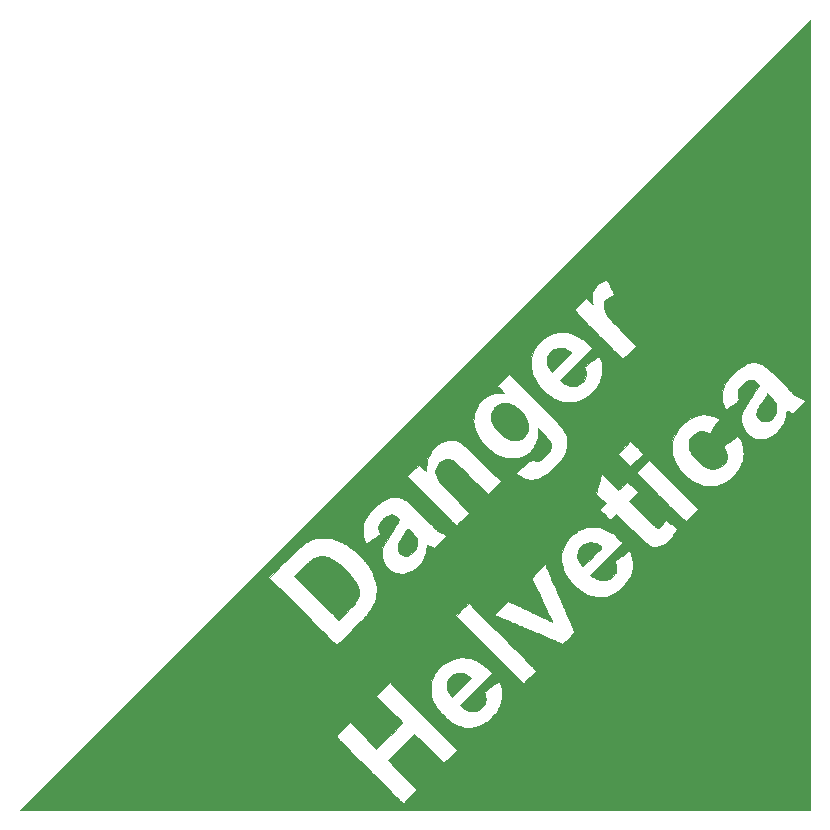
<source format=gts>
G04 #@! TF.GenerationSoftware,KiCad,Pcbnew,(5.1.4)-1*
G04 #@! TF.CreationDate,2019-10-12T15:48:51-04:00*
G04 #@! TF.ProjectId,helvetica-sao,68656c76-6574-4696-9361-2d73616f2e6b,rev?*
G04 #@! TF.SameCoordinates,Original*
G04 #@! TF.FileFunction,Soldermask,Top*
G04 #@! TF.FilePolarity,Negative*
%FSLAX46Y46*%
G04 Gerber Fmt 4.6, Leading zero omitted, Abs format (unit mm)*
G04 Created by KiCad (PCBNEW (5.1.4)-1) date 2019-10-12 15:48:51*
%MOMM*%
%LPD*%
G04 APERTURE LIST*
%ADD10C,0.010000*%
G04 APERTURE END LIST*
D10*
G36*
X146407860Y-82925494D02*
G01*
X146623003Y-83016197D01*
X146687393Y-83062146D01*
X146751341Y-83106159D01*
X146772800Y-83108099D01*
X146807924Y-83118890D01*
X146890666Y-83171451D01*
X146927308Y-83197803D01*
X147077409Y-83308777D01*
X146264181Y-84122947D01*
X146041042Y-84345287D01*
X145839099Y-84544487D01*
X145667334Y-84711853D01*
X145534726Y-84838689D01*
X145450255Y-84916302D01*
X145423246Y-84937117D01*
X145374766Y-84907018D01*
X145319796Y-84853424D01*
X145261421Y-84776124D01*
X145244054Y-84734633D01*
X145219930Y-84676253D01*
X145161522Y-84583013D01*
X145158032Y-84578056D01*
X145099539Y-84464303D01*
X145042411Y-84303733D01*
X145014045Y-84196073D01*
X144987860Y-83906264D01*
X145037594Y-83637655D01*
X145159395Y-83409337D01*
X145177287Y-83387192D01*
X145246788Y-83294740D01*
X145280812Y-83230277D01*
X145281377Y-83226559D01*
X145307838Y-83185099D01*
X145389736Y-83126400D01*
X145537880Y-83043522D01*
X145678829Y-82971388D01*
X145904109Y-82900240D01*
X146157674Y-82885892D01*
X146407860Y-82925494D01*
X146407860Y-82925494D01*
G37*
X146407860Y-82925494D02*
X146623003Y-83016197D01*
X146687393Y-83062146D01*
X146751341Y-83106159D01*
X146772800Y-83108099D01*
X146807924Y-83118890D01*
X146890666Y-83171451D01*
X146927308Y-83197803D01*
X147077409Y-83308777D01*
X146264181Y-84122947D01*
X146041042Y-84345287D01*
X145839099Y-84544487D01*
X145667334Y-84711853D01*
X145534726Y-84838689D01*
X145450255Y-84916302D01*
X145423246Y-84937117D01*
X145374766Y-84907018D01*
X145319796Y-84853424D01*
X145261421Y-84776124D01*
X145244054Y-84734633D01*
X145219930Y-84676253D01*
X145161522Y-84583013D01*
X145158032Y-84578056D01*
X145099539Y-84464303D01*
X145042411Y-84303733D01*
X145014045Y-84196073D01*
X144987860Y-83906264D01*
X145037594Y-83637655D01*
X145159395Y-83409337D01*
X145177287Y-83387192D01*
X145246788Y-83294740D01*
X145280812Y-83230277D01*
X145281377Y-83226559D01*
X145307838Y-83185099D01*
X145389736Y-83126400D01*
X145537880Y-83043522D01*
X145678829Y-82971388D01*
X145904109Y-82900240D01*
X146157674Y-82885892D01*
X146407860Y-82925494D01*
G36*
X163991439Y-87102716D02*
G01*
X164214597Y-87367921D01*
X164361287Y-87612896D01*
X164433063Y-87853025D01*
X164431476Y-88103693D01*
X164358081Y-88380287D01*
X164214429Y-88698191D01*
X164162313Y-88795817D01*
X164089621Y-88895178D01*
X164015556Y-88951512D01*
X163916661Y-89003925D01*
X163864002Y-89042929D01*
X163773336Y-89082882D01*
X163625754Y-89113330D01*
X163455699Y-89130414D01*
X163297610Y-89130278D01*
X163207318Y-89116471D01*
X163014475Y-89017944D01*
X162858540Y-88853803D01*
X162759481Y-88648384D01*
X162738294Y-88544871D01*
X162752334Y-88373051D01*
X162821390Y-88158430D01*
X162936343Y-87923510D01*
X163080050Y-87701626D01*
X163147407Y-87601641D01*
X163182706Y-87532799D01*
X163184234Y-87524695D01*
X163209386Y-87471493D01*
X163274546Y-87369910D01*
X163344415Y-87271171D01*
X163430604Y-87147732D01*
X163489162Y-87052356D01*
X163505612Y-87013328D01*
X163531853Y-86951549D01*
X163588904Y-86866738D01*
X163671177Y-86759782D01*
X163991439Y-87102716D01*
X163991439Y-87102716D01*
G37*
X163991439Y-87102716D02*
X164214597Y-87367921D01*
X164361287Y-87612896D01*
X164433063Y-87853025D01*
X164431476Y-88103693D01*
X164358081Y-88380287D01*
X164214429Y-88698191D01*
X164162313Y-88795817D01*
X164089621Y-88895178D01*
X164015556Y-88951512D01*
X163916661Y-89003925D01*
X163864002Y-89042929D01*
X163773336Y-89082882D01*
X163625754Y-89113330D01*
X163455699Y-89130414D01*
X163297610Y-89130278D01*
X163207318Y-89116471D01*
X163014475Y-89017944D01*
X162858540Y-88853803D01*
X162759481Y-88648384D01*
X162738294Y-88544871D01*
X162752334Y-88373051D01*
X162821390Y-88158430D01*
X162936343Y-87923510D01*
X163080050Y-87701626D01*
X163147407Y-87601641D01*
X163182706Y-87532799D01*
X163184234Y-87524695D01*
X163209386Y-87471493D01*
X163274546Y-87369910D01*
X163344415Y-87271171D01*
X163430604Y-87147732D01*
X163489162Y-87052356D01*
X163505612Y-87013328D01*
X163531853Y-86951549D01*
X163588904Y-86866738D01*
X163671177Y-86759782D01*
X163991439Y-87102716D01*
G36*
X141666980Y-87611931D02*
G01*
X141891735Y-87653647D01*
X142088612Y-87739201D01*
X142278037Y-87869914D01*
X142385898Y-87949143D01*
X142465717Y-87996993D01*
X142485704Y-88003424D01*
X142536930Y-88034646D01*
X142628931Y-88115247D01*
X142742311Y-88225631D01*
X142857677Y-88346199D01*
X142955635Y-88457354D01*
X143016790Y-88539498D01*
X143017632Y-88540930D01*
X143075237Y-88634622D01*
X143156979Y-88762004D01*
X143187975Y-88809222D01*
X143338773Y-89116046D01*
X143401270Y-89446068D01*
X143375379Y-89798065D01*
X143280957Y-90121052D01*
X143231006Y-90205854D01*
X143144097Y-90316192D01*
X143038267Y-90433397D01*
X142931553Y-90538802D01*
X142841989Y-90613741D01*
X142787612Y-90639546D01*
X142782417Y-90637041D01*
X142732527Y-90641060D01*
X142695166Y-90665215D01*
X142620160Y-90693473D01*
X142482630Y-90718254D01*
X142311565Y-90734417D01*
X142301946Y-90734944D01*
X142107379Y-90739390D01*
X141966327Y-90724052D01*
X141841798Y-90682813D01*
X141765856Y-90646313D01*
X141618892Y-90569084D01*
X141487029Y-90497217D01*
X141445496Y-90473595D01*
X141370285Y-90417796D01*
X141253888Y-90317876D01*
X141111341Y-90188289D01*
X140957684Y-90043489D01*
X140807953Y-89897930D01*
X140677188Y-89766067D01*
X140580427Y-89662353D01*
X140532707Y-89601243D01*
X140530180Y-89593829D01*
X140507438Y-89537173D01*
X140449448Y-89432909D01*
X140407070Y-89364046D01*
X140346816Y-89259371D01*
X140309768Y-89158894D01*
X140290209Y-89034946D01*
X140282417Y-88859856D01*
X140281214Y-88755168D01*
X140282063Y-88552936D01*
X140291445Y-88416636D01*
X140314777Y-88320720D01*
X140357479Y-88239640D01*
X140404324Y-88174708D01*
X140480523Y-88064376D01*
X140525252Y-87979645D01*
X140530180Y-87959275D01*
X140567361Y-87903190D01*
X140610270Y-87879500D01*
X140696784Y-87833909D01*
X140813368Y-87756821D01*
X140846964Y-87732198D01*
X140939193Y-87671781D01*
X141036527Y-87634957D01*
X141166696Y-87615174D01*
X141357432Y-87605878D01*
X141384422Y-87605187D01*
X141666980Y-87611931D01*
X141666980Y-87611931D01*
G37*
X141666980Y-87611931D02*
X141891735Y-87653647D01*
X142088612Y-87739201D01*
X142278037Y-87869914D01*
X142385898Y-87949143D01*
X142465717Y-87996993D01*
X142485704Y-88003424D01*
X142536930Y-88034646D01*
X142628931Y-88115247D01*
X142742311Y-88225631D01*
X142857677Y-88346199D01*
X142955635Y-88457354D01*
X143016790Y-88539498D01*
X143017632Y-88540930D01*
X143075237Y-88634622D01*
X143156979Y-88762004D01*
X143187975Y-88809222D01*
X143338773Y-89116046D01*
X143401270Y-89446068D01*
X143375379Y-89798065D01*
X143280957Y-90121052D01*
X143231006Y-90205854D01*
X143144097Y-90316192D01*
X143038267Y-90433397D01*
X142931553Y-90538802D01*
X142841989Y-90613741D01*
X142787612Y-90639546D01*
X142782417Y-90637041D01*
X142732527Y-90641060D01*
X142695166Y-90665215D01*
X142620160Y-90693473D01*
X142482630Y-90718254D01*
X142311565Y-90734417D01*
X142301946Y-90734944D01*
X142107379Y-90739390D01*
X141966327Y-90724052D01*
X141841798Y-90682813D01*
X141765856Y-90646313D01*
X141618892Y-90569084D01*
X141487029Y-90497217D01*
X141445496Y-90473595D01*
X141370285Y-90417796D01*
X141253888Y-90317876D01*
X141111341Y-90188289D01*
X140957684Y-90043489D01*
X140807953Y-89897930D01*
X140677188Y-89766067D01*
X140580427Y-89662353D01*
X140532707Y-89601243D01*
X140530180Y-89593829D01*
X140507438Y-89537173D01*
X140449448Y-89432909D01*
X140407070Y-89364046D01*
X140346816Y-89259371D01*
X140309768Y-89158894D01*
X140290209Y-89034946D01*
X140282417Y-88859856D01*
X140281214Y-88755168D01*
X140282063Y-88552936D01*
X140291445Y-88416636D01*
X140314777Y-88320720D01*
X140357479Y-88239640D01*
X140404324Y-88174708D01*
X140480523Y-88064376D01*
X140525252Y-87979645D01*
X140530180Y-87959275D01*
X140567361Y-87903190D01*
X140610270Y-87879500D01*
X140696784Y-87833909D01*
X140813368Y-87756821D01*
X140846964Y-87732198D01*
X140939193Y-87671781D01*
X141036527Y-87634957D01*
X141166696Y-87615174D01*
X141357432Y-87605878D01*
X141384422Y-87605187D01*
X141666980Y-87611931D01*
G36*
X133317028Y-98256529D02*
G01*
X133419286Y-98349459D01*
X133558719Y-98495594D01*
X133586125Y-98524370D01*
X133784579Y-98744453D01*
X133917913Y-98928970D01*
X133993839Y-99097796D01*
X134020069Y-99270805D01*
X134004315Y-99467871D01*
X133987703Y-99559279D01*
X133914026Y-99822182D01*
X133800305Y-100036251D01*
X133626842Y-100234964D01*
X133546885Y-100308388D01*
X133345507Y-100447626D01*
X133135598Y-100508149D01*
X132893898Y-100495170D01*
X132801785Y-100475296D01*
X132585757Y-100386100D01*
X132440501Y-100240384D01*
X132361899Y-100033222D01*
X132348244Y-99932595D01*
X132351273Y-99741355D01*
X132397768Y-99548159D01*
X132494896Y-99333572D01*
X132649823Y-99078157D01*
X132679936Y-99032973D01*
X132768733Y-98897898D01*
X132842224Y-98780716D01*
X132868622Y-98735496D01*
X132997036Y-98500022D01*
X133091948Y-98338547D01*
X133167494Y-98246913D01*
X133237809Y-98220960D01*
X133317028Y-98256529D01*
X133317028Y-98256529D01*
G37*
X133317028Y-98256529D02*
X133419286Y-98349459D01*
X133558719Y-98495594D01*
X133586125Y-98524370D01*
X133784579Y-98744453D01*
X133917913Y-98928970D01*
X133993839Y-99097796D01*
X134020069Y-99270805D01*
X134004315Y-99467871D01*
X133987703Y-99559279D01*
X133914026Y-99822182D01*
X133800305Y-100036251D01*
X133626842Y-100234964D01*
X133546885Y-100308388D01*
X133345507Y-100447626D01*
X133135598Y-100508149D01*
X132893898Y-100495170D01*
X132801785Y-100475296D01*
X132585757Y-100386100D01*
X132440501Y-100240384D01*
X132361899Y-100033222D01*
X132348244Y-99932595D01*
X132351273Y-99741355D01*
X132397768Y-99548159D01*
X132494896Y-99333572D01*
X132649823Y-99078157D01*
X132679936Y-99032973D01*
X132768733Y-98897898D01*
X132842224Y-98780716D01*
X132868622Y-98735496D01*
X132997036Y-98500022D01*
X133091948Y-98338547D01*
X133167494Y-98246913D01*
X133237809Y-98220960D01*
X133317028Y-98256529D01*
G36*
X148797408Y-99385580D02*
G01*
X148934361Y-99393928D01*
X149004037Y-99404113D01*
X149132720Y-99454906D01*
X149289352Y-99534609D01*
X149440424Y-99624264D01*
X149552427Y-99704913D01*
X149576758Y-99728122D01*
X149598600Y-99757620D01*
X149604707Y-99790997D01*
X149588316Y-99836580D01*
X149542664Y-99902701D01*
X149460988Y-99997689D01*
X149336523Y-100129873D01*
X149162507Y-100307584D01*
X148932175Y-100539151D01*
X148857526Y-100613918D01*
X148634888Y-100834530D01*
X148431410Y-101031797D01*
X148256567Y-101196881D01*
X148119835Y-101320949D01*
X148030689Y-101395163D01*
X148000799Y-101412793D01*
X147941953Y-101374783D01*
X147900159Y-101302824D01*
X147848809Y-101206226D01*
X147805972Y-101160485D01*
X147739244Y-101080462D01*
X147673315Y-100938862D01*
X147618284Y-100765166D01*
X147584250Y-100588853D01*
X147578108Y-100495283D01*
X147615943Y-100163531D01*
X147725037Y-99881257D01*
X147898779Y-99655452D01*
X148130554Y-99493105D01*
X148413751Y-99401209D01*
X148630721Y-99382529D01*
X148797408Y-99385580D01*
X148797408Y-99385580D01*
G37*
X148797408Y-99385580D02*
X148934361Y-99393928D01*
X149004037Y-99404113D01*
X149132720Y-99454906D01*
X149289352Y-99534609D01*
X149440424Y-99624264D01*
X149552427Y-99704913D01*
X149576758Y-99728122D01*
X149598600Y-99757620D01*
X149604707Y-99790997D01*
X149588316Y-99836580D01*
X149542664Y-99902701D01*
X149460988Y-99997689D01*
X149336523Y-100129873D01*
X149162507Y-100307584D01*
X148932175Y-100539151D01*
X148857526Y-100613918D01*
X148634888Y-100834530D01*
X148431410Y-101031797D01*
X148256567Y-101196881D01*
X148119835Y-101320949D01*
X148030689Y-101395163D01*
X148000799Y-101412793D01*
X147941953Y-101374783D01*
X147900159Y-101302824D01*
X147848809Y-101206226D01*
X147805972Y-101160485D01*
X147739244Y-101080462D01*
X147673315Y-100938862D01*
X147618284Y-100765166D01*
X147584250Y-100588853D01*
X147578108Y-100495283D01*
X147615943Y-100163531D01*
X147725037Y-99881257D01*
X147898779Y-99655452D01*
X148130554Y-99493105D01*
X148413751Y-99401209D01*
X148630721Y-99382529D01*
X148797408Y-99385580D01*
G36*
X126155069Y-100557981D02*
G01*
X126332621Y-100591475D01*
X126521442Y-100657308D01*
X126733087Y-100752272D01*
X126935525Y-100860081D01*
X127096721Y-100964446D01*
X127146643Y-101005368D01*
X127230335Y-101069462D01*
X127284628Y-101092433D01*
X127329920Y-101123373D01*
X127425491Y-101207599D01*
X127558406Y-101332212D01*
X127715732Y-101484317D01*
X127884534Y-101651019D01*
X128051879Y-101819420D01*
X128204833Y-101976626D01*
X128330461Y-102109739D01*
X128415830Y-102205864D01*
X128448006Y-102252104D01*
X128448018Y-102252418D01*
X128474723Y-102306302D01*
X128543283Y-102404439D01*
X128602680Y-102480586D01*
X128707923Y-102625250D01*
X128817678Y-102799307D01*
X128913241Y-102970864D01*
X128975904Y-103108026D01*
X128982991Y-103129009D01*
X129056684Y-103422901D01*
X129078500Y-103658968D01*
X129050873Y-103850704D01*
X129013751Y-103980162D01*
X128987813Y-104073881D01*
X128983166Y-104091972D01*
X128953270Y-104156992D01*
X128891118Y-104265546D01*
X128858630Y-104317986D01*
X128776890Y-104448079D01*
X128708120Y-104559565D01*
X128691910Y-104586478D01*
X128646351Y-104642506D01*
X128550253Y-104747594D01*
X128415366Y-104889859D01*
X128253438Y-105057418D01*
X128076220Y-105238388D01*
X127895461Y-105420885D01*
X127722909Y-105593027D01*
X127570315Y-105742931D01*
X127449428Y-105858714D01*
X127371998Y-105928492D01*
X127350044Y-105943604D01*
X127314260Y-105912146D01*
X127219643Y-105821587D01*
X127071984Y-105677646D01*
X126877075Y-105486043D01*
X126640707Y-105252497D01*
X126368670Y-104982728D01*
X126066755Y-104682455D01*
X125740754Y-104357399D01*
X125461389Y-104078239D01*
X123596440Y-102212873D01*
X124237364Y-101573176D01*
X124432480Y-101380449D01*
X124603661Y-101215216D01*
X124741265Y-101086466D01*
X124835649Y-101003186D01*
X124877171Y-100974366D01*
X124878288Y-100975752D01*
X124906809Y-100975701D01*
X124977869Y-100923610D01*
X125004144Y-100899876D01*
X125239680Y-100734749D01*
X125528553Y-100618420D01*
X125842953Y-100557345D01*
X126155069Y-100557981D01*
X126155069Y-100557981D01*
G37*
X126155069Y-100557981D02*
X126332621Y-100591475D01*
X126521442Y-100657308D01*
X126733087Y-100752272D01*
X126935525Y-100860081D01*
X127096721Y-100964446D01*
X127146643Y-101005368D01*
X127230335Y-101069462D01*
X127284628Y-101092433D01*
X127329920Y-101123373D01*
X127425491Y-101207599D01*
X127558406Y-101332212D01*
X127715732Y-101484317D01*
X127884534Y-101651019D01*
X128051879Y-101819420D01*
X128204833Y-101976626D01*
X128330461Y-102109739D01*
X128415830Y-102205864D01*
X128448006Y-102252104D01*
X128448018Y-102252418D01*
X128474723Y-102306302D01*
X128543283Y-102404439D01*
X128602680Y-102480586D01*
X128707923Y-102625250D01*
X128817678Y-102799307D01*
X128913241Y-102970864D01*
X128975904Y-103108026D01*
X128982991Y-103129009D01*
X129056684Y-103422901D01*
X129078500Y-103658968D01*
X129050873Y-103850704D01*
X129013751Y-103980162D01*
X128987813Y-104073881D01*
X128983166Y-104091972D01*
X128953270Y-104156992D01*
X128891118Y-104265546D01*
X128858630Y-104317986D01*
X128776890Y-104448079D01*
X128708120Y-104559565D01*
X128691910Y-104586478D01*
X128646351Y-104642506D01*
X128550253Y-104747594D01*
X128415366Y-104889859D01*
X128253438Y-105057418D01*
X128076220Y-105238388D01*
X127895461Y-105420885D01*
X127722909Y-105593027D01*
X127570315Y-105742931D01*
X127449428Y-105858714D01*
X127371998Y-105928492D01*
X127350044Y-105943604D01*
X127314260Y-105912146D01*
X127219643Y-105821587D01*
X127071984Y-105677646D01*
X126877075Y-105486043D01*
X126640707Y-105252497D01*
X126368670Y-104982728D01*
X126066755Y-104682455D01*
X125740754Y-104357399D01*
X125461389Y-104078239D01*
X123596440Y-102212873D01*
X124237364Y-101573176D01*
X124432480Y-101380449D01*
X124603661Y-101215216D01*
X124741265Y-101086466D01*
X124835649Y-101003186D01*
X124877171Y-100974366D01*
X124878288Y-100975752D01*
X124906809Y-100975701D01*
X124977869Y-100923610D01*
X125004144Y-100899876D01*
X125239680Y-100734749D01*
X125528553Y-100618420D01*
X125842953Y-100557345D01*
X126155069Y-100557981D01*
G36*
X137756226Y-110407871D02*
G01*
X137931985Y-110462194D01*
X138129642Y-110549941D01*
X138314946Y-110653552D01*
X138453643Y-110755466D01*
X138474872Y-110776311D01*
X138581407Y-110889712D01*
X136980235Y-112490884D01*
X136865717Y-112363640D01*
X136772621Y-112242952D01*
X136674438Y-112090514D01*
X136642251Y-112033531D01*
X136560363Y-111803052D01*
X136529006Y-111534416D01*
X136548475Y-111263795D01*
X136619062Y-111027360D01*
X136633834Y-110997540D01*
X136700744Y-110890075D01*
X136786666Y-110776511D01*
X136875601Y-110674468D01*
X136951554Y-110601565D01*
X136998528Y-110575424D01*
X137006216Y-110587360D01*
X137034345Y-110592291D01*
X137086306Y-110556606D01*
X137205363Y-110490949D01*
X137377212Y-110437736D01*
X137563198Y-110405550D01*
X137724661Y-110402974D01*
X137756226Y-110407871D01*
X137756226Y-110407871D01*
G37*
X137756226Y-110407871D02*
X137931985Y-110462194D01*
X138129642Y-110549941D01*
X138314946Y-110653552D01*
X138453643Y-110755466D01*
X138474872Y-110776311D01*
X138581407Y-110889712D01*
X136980235Y-112490884D01*
X136865717Y-112363640D01*
X136772621Y-112242952D01*
X136674438Y-112090514D01*
X136642251Y-112033531D01*
X136560363Y-111803052D01*
X136529006Y-111534416D01*
X136548475Y-111263795D01*
X136619062Y-111027360D01*
X136633834Y-110997540D01*
X136700744Y-110890075D01*
X136786666Y-110776511D01*
X136875601Y-110674468D01*
X136951554Y-110601565D01*
X136998528Y-110575424D01*
X137006216Y-110587360D01*
X137034345Y-110592291D01*
X137086306Y-110556606D01*
X137205363Y-110490949D01*
X137377212Y-110437736D01*
X137563198Y-110405550D01*
X137724661Y-110402974D01*
X137756226Y-110407871D01*
G36*
X167292298Y-55188992D02*
G01*
X167292888Y-55323645D01*
X167293470Y-55545298D01*
X167294042Y-55851683D01*
X167294605Y-56240535D01*
X167295156Y-56709588D01*
X167295696Y-57256574D01*
X167296224Y-57879229D01*
X167296738Y-58575286D01*
X167297238Y-59342478D01*
X167297724Y-60178540D01*
X167298194Y-61081205D01*
X167298648Y-62048207D01*
X167299085Y-63077279D01*
X167299504Y-64166156D01*
X167299904Y-65312572D01*
X167300285Y-66514259D01*
X167300646Y-67768953D01*
X167300986Y-69074386D01*
X167301304Y-70428293D01*
X167301600Y-71828407D01*
X167301873Y-73272462D01*
X167302121Y-74758192D01*
X167302345Y-76283330D01*
X167302543Y-77845611D01*
X167302715Y-79442769D01*
X167302859Y-81072536D01*
X167302976Y-82732647D01*
X167303064Y-84420835D01*
X167303122Y-86134835D01*
X167303151Y-87872380D01*
X167303153Y-88598379D01*
X167303153Y-122053153D01*
X100370744Y-122053153D01*
X106640126Y-115783766D01*
X127166577Y-115783766D01*
X127198142Y-115824925D01*
X127289043Y-115924775D01*
X127433585Y-116077598D01*
X127626072Y-116277679D01*
X127860810Y-116519301D01*
X128132104Y-116796746D01*
X128434260Y-117104299D01*
X128761584Y-117436242D01*
X129108379Y-117786860D01*
X129468952Y-118150434D01*
X129837609Y-118521250D01*
X130208654Y-118893589D01*
X130576392Y-119261736D01*
X130935130Y-119619974D01*
X131279171Y-119962586D01*
X131602823Y-120283855D01*
X131900390Y-120578065D01*
X132166177Y-120839499D01*
X132394489Y-121062441D01*
X132579633Y-121241174D01*
X132715913Y-121369981D01*
X132797634Y-121443145D01*
X132819196Y-121458198D01*
X132865154Y-121427248D01*
X132963872Y-121341370D01*
X133104060Y-121211028D01*
X133274430Y-121046685D01*
X133436674Y-120885939D01*
X134007560Y-120313679D01*
X132760920Y-119066421D01*
X131514281Y-117819163D01*
X132635580Y-116698564D01*
X133756879Y-115577966D01*
X134981410Y-116801866D01*
X135257508Y-117076641D01*
X135514252Y-117329891D01*
X135744286Y-117554527D01*
X135940250Y-117743464D01*
X136094788Y-117889614D01*
X136200541Y-117985891D01*
X136250152Y-118025208D01*
X136252109Y-118025766D01*
X136298191Y-117994839D01*
X136396742Y-117909181D01*
X136536210Y-117779475D01*
X136705042Y-117616405D01*
X136846325Y-117476287D01*
X137394372Y-116926809D01*
X134534619Y-114066781D01*
X132090325Y-111622252D01*
X135158775Y-111622252D01*
X135166814Y-112025319D01*
X135212567Y-112373458D01*
X135294048Y-112652497D01*
X135307721Y-112684200D01*
X135426699Y-112945347D01*
X135523589Y-113146437D01*
X135612006Y-113306913D01*
X135705568Y-113446214D01*
X135817891Y-113583784D01*
X135962590Y-113739063D01*
X136153282Y-113931495D01*
X136245614Y-114023351D01*
X136479931Y-114251761D01*
X136668894Y-114424245D01*
X136827937Y-114553311D01*
X136972493Y-114651469D01*
X137117994Y-114731225D01*
X137120631Y-114732526D01*
X137274695Y-114807200D01*
X137394722Y-114863018D01*
X137459216Y-114890047D01*
X137463874Y-114891146D01*
X137518459Y-114906125D01*
X137619070Y-114941369D01*
X137624054Y-114943228D01*
X138049815Y-115059796D01*
X138472730Y-115087177D01*
X138895471Y-115028775D01*
X139172199Y-114955084D01*
X139391054Y-114871455D01*
X139585592Y-114763606D01*
X139694559Y-114688660D01*
X139810660Y-114608848D01*
X139897162Y-114557700D01*
X139924342Y-114547568D01*
X139970544Y-114516585D01*
X140063709Y-114433926D01*
X140188559Y-114315028D01*
X140329813Y-114175327D01*
X140472193Y-114030258D01*
X140600421Y-113895259D01*
X140699217Y-113785764D01*
X140753301Y-113717211D01*
X140759009Y-113704316D01*
X140784641Y-113645617D01*
X140848877Y-113547168D01*
X140877681Y-113508188D01*
X141027605Y-113246499D01*
X141133450Y-112924276D01*
X141192932Y-112562417D01*
X141203767Y-112181822D01*
X141163668Y-111803389D01*
X141094945Y-111521189D01*
X141022394Y-111315766D01*
X140960820Y-111197015D01*
X140910727Y-111160901D01*
X140843262Y-111187813D01*
X140727535Y-111259219D01*
X140585690Y-111361120D01*
X140548730Y-111389730D01*
X140409777Y-111496152D01*
X140298504Y-111576222D01*
X140234037Y-111616338D01*
X140226957Y-111618559D01*
X140176957Y-111645113D01*
X140081788Y-111713214D01*
X140008588Y-111770663D01*
X139885677Y-111863723D01*
X139780244Y-111932544D01*
X139740721Y-111952290D01*
X139676813Y-111994037D01*
X139668352Y-112064866D01*
X139714857Y-112184668D01*
X139734141Y-112222915D01*
X139786960Y-112392076D01*
X139807786Y-112607072D01*
X139796351Y-112827880D01*
X139752388Y-113014478D01*
X139739625Y-113044262D01*
X139617477Y-113225075D01*
X139433597Y-113404313D01*
X139214555Y-113556302D01*
X139202973Y-113562827D01*
X139067830Y-113617648D01*
X138893819Y-113646215D01*
X138699550Y-113653590D01*
X138390214Y-113628659D01*
X138124160Y-113543224D01*
X137870577Y-113385926D01*
X137784234Y-113316188D01*
X137624054Y-113180286D01*
X138995797Y-111805412D01*
X140367539Y-110430539D01*
X140194453Y-110253283D01*
X140051647Y-110118509D01*
X139894714Y-109986703D01*
X139837508Y-109943419D01*
X139698553Y-109841262D01*
X139568454Y-109742570D01*
X139531284Y-109713445D01*
X139355273Y-109591366D01*
X139115643Y-109451750D01*
X138980414Y-109380340D01*
X138856984Y-109316951D01*
X138780673Y-109277617D01*
X138544386Y-109189378D01*
X138242471Y-109129829D01*
X137897466Y-109103069D01*
X137815187Y-109101985D01*
X137408430Y-109135202D01*
X137018748Y-109231095D01*
X136671146Y-109382382D01*
X136515399Y-109480472D01*
X136381857Y-109573794D01*
X136265483Y-109651162D01*
X136218465Y-109680116D01*
X136136787Y-109739616D01*
X136027527Y-109834719D01*
X135911346Y-109945229D01*
X135808906Y-110050952D01*
X135740868Y-110131693D01*
X135724775Y-110162655D01*
X135699057Y-110214745D01*
X135631857Y-110316268D01*
X135544345Y-110436352D01*
X135455188Y-110562857D01*
X135397914Y-110661301D01*
X135384912Y-110708712D01*
X135374844Y-110759913D01*
X135363628Y-110768815D01*
X135313591Y-110840145D01*
X135262725Y-110979682D01*
X135216574Y-111164325D01*
X135180685Y-111370970D01*
X135160603Y-111576515D01*
X135158775Y-111622252D01*
X132090325Y-111622252D01*
X131674866Y-111206754D01*
X130530935Y-112350685D01*
X131640468Y-113460911D01*
X131901671Y-113723568D01*
X132140984Y-113966694D01*
X132350958Y-114182532D01*
X132524148Y-114363321D01*
X132653106Y-114501305D01*
X132730385Y-114588723D01*
X132750000Y-114616917D01*
X132718727Y-114659004D01*
X132629901Y-114757690D01*
X132491016Y-114905177D01*
X132309564Y-115093664D01*
X132093035Y-115315352D01*
X131848924Y-115562442D01*
X131651615Y-115760368D01*
X130553229Y-116858038D01*
X129420022Y-115725511D01*
X128286814Y-114592983D01*
X127726695Y-115154450D01*
X127543376Y-115341964D01*
X127385224Y-115510903D01*
X127262847Y-115649348D01*
X127186851Y-115745382D01*
X127166577Y-115783766D01*
X106640126Y-115783766D01*
X120049847Y-102374037D01*
X121469178Y-102374037D01*
X124306298Y-105211433D01*
X124729501Y-105634168D01*
X125134624Y-106037855D01*
X125516954Y-106417853D01*
X125871777Y-106769522D01*
X126194378Y-107088223D01*
X126480045Y-107369317D01*
X126724063Y-107608163D01*
X126921719Y-107800121D01*
X127068298Y-107940553D01*
X127159087Y-108024818D01*
X127189020Y-108048829D01*
X127230416Y-108017505D01*
X127329081Y-107928172D01*
X127477807Y-107787784D01*
X127669384Y-107603298D01*
X127896603Y-107381670D01*
X128152256Y-107129856D01*
X128429132Y-106854810D01*
X128504924Y-106779135D01*
X128784957Y-106498367D01*
X129043610Y-106237358D01*
X129273932Y-106003249D01*
X129468974Y-105803178D01*
X129621787Y-105644285D01*
X129663752Y-105599508D01*
X137280231Y-105599508D01*
X140129303Y-108448853D01*
X140552962Y-108872306D01*
X140958075Y-109276739D01*
X141339982Y-109657529D01*
X141694023Y-110010052D01*
X142015539Y-110329685D01*
X142299870Y-110611804D01*
X142542358Y-110851784D01*
X142738343Y-111045004D01*
X142883165Y-111186838D01*
X142972165Y-111272664D01*
X143000678Y-111298198D01*
X143038984Y-111267548D01*
X143130361Y-111182880D01*
X143263378Y-111055120D01*
X143426606Y-110895194D01*
X143538563Y-110784080D01*
X143713937Y-110606409D01*
X143863719Y-110449331D01*
X143976867Y-110324859D01*
X144042337Y-110245003D01*
X144054144Y-110223311D01*
X144022496Y-110184715D01*
X143930643Y-110086233D01*
X143783227Y-109932584D01*
X143584887Y-109728481D01*
X143340264Y-109478642D01*
X143053997Y-109187782D01*
X142730728Y-108860617D01*
X142375096Y-108501864D01*
X141991741Y-108116238D01*
X141585304Y-107708455D01*
X141216956Y-107339748D01*
X139373494Y-105496466D01*
X140575946Y-105496466D01*
X140614112Y-105533120D01*
X140711935Y-105589385D01*
X140793333Y-105628255D01*
X140968139Y-105706532D01*
X141164746Y-105794951D01*
X141252242Y-105834435D01*
X141390914Y-105893812D01*
X141497515Y-105933461D01*
X141538899Y-105943604D01*
X141613220Y-105962613D01*
X141674945Y-105989370D01*
X141791798Y-106047828D01*
X141850330Y-106076881D01*
X141924248Y-106109930D01*
X142063098Y-106169072D01*
X142247014Y-106245935D01*
X142456134Y-106332150D01*
X142456506Y-106332302D01*
X142662610Y-106418602D01*
X142840225Y-106496487D01*
X142970639Y-106557512D01*
X143035137Y-106593231D01*
X143035636Y-106593637D01*
X143084623Y-106619385D01*
X143093063Y-106610224D01*
X143127699Y-106607054D01*
X143211788Y-106641533D01*
X143218919Y-106645227D01*
X143332218Y-106701313D01*
X143465429Y-106762837D01*
X143582611Y-106813598D01*
X143642252Y-106836036D01*
X143704733Y-106860130D01*
X143812598Y-106905953D01*
X143928023Y-106957092D01*
X144011122Y-106996097D01*
X144076256Y-107025215D01*
X144209881Y-107082438D01*
X144395881Y-107160947D01*
X144618141Y-107253927D01*
X144766257Y-107315509D01*
X145073548Y-107443156D01*
X145311903Y-107542750D01*
X145497032Y-107621070D01*
X145644644Y-107684896D01*
X145770448Y-107741006D01*
X145890155Y-107796180D01*
X145999189Y-107847569D01*
X146138917Y-107908400D01*
X146251997Y-107948054D01*
X146295885Y-107956702D01*
X146351056Y-107926028D01*
X146456626Y-107841304D01*
X146599235Y-107714152D01*
X146765519Y-107556193D01*
X146833633Y-107489016D01*
X147000950Y-107317592D01*
X147141785Y-107164382D01*
X147244494Y-107042751D01*
X147297437Y-106966063D01*
X147302082Y-106951268D01*
X147281995Y-106873290D01*
X147231917Y-106747329D01*
X147188086Y-106652973D01*
X147126042Y-106521834D01*
X147084979Y-106425443D01*
X147075103Y-106393162D01*
X147056919Y-106339987D01*
X147008874Y-106225506D01*
X146940111Y-106071223D01*
X146914505Y-106015401D01*
X146841219Y-105854848D01*
X146785554Y-105729290D01*
X146756525Y-105659199D01*
X146754324Y-105651627D01*
X146737280Y-105604174D01*
X146692932Y-105497740D01*
X146640393Y-105377013D01*
X146580733Y-105238048D01*
X146540030Y-105135440D01*
X146527896Y-105095591D01*
X146509861Y-105042691D01*
X146464013Y-104945823D01*
X146458765Y-104935624D01*
X146383346Y-104790149D01*
X146316962Y-104662162D01*
X146277499Y-104570835D01*
X146273595Y-104525848D01*
X146276800Y-104524865D01*
X146280624Y-104497252D01*
X146260764Y-104467658D01*
X146223640Y-104402286D01*
X146162657Y-104273731D01*
X146087908Y-104103812D01*
X146043731Y-103998559D01*
X145945326Y-103761582D01*
X145858165Y-103556040D01*
X145768024Y-103349051D01*
X145660681Y-103107732D01*
X145598321Y-102968829D01*
X145532019Y-102817932D01*
X145449642Y-102625665D01*
X145374495Y-102446760D01*
X145303694Y-102284072D01*
X145239616Y-102150530D01*
X145195129Y-102072802D01*
X145192310Y-102069192D01*
X145163753Y-102017822D01*
X145172389Y-102007748D01*
X145183223Y-101998885D01*
X145174200Y-101962703D01*
X145139033Y-101884811D01*
X145071440Y-101750819D01*
X145000307Y-101613719D01*
X144955762Y-101514557D01*
X144942928Y-101456237D01*
X144944653Y-101452855D01*
X144934045Y-101407630D01*
X144885832Y-101331739D01*
X144808464Y-101229171D01*
X144243862Y-101795131D01*
X144037666Y-102003662D01*
X143889751Y-102158798D01*
X143792269Y-102270430D01*
X143737370Y-102348449D01*
X143717207Y-102402746D01*
X143723931Y-102443211D01*
X143726153Y-102447573D01*
X143769038Y-102533312D01*
X143842439Y-102687218D01*
X143939227Y-102894024D01*
X144052275Y-103138467D01*
X144174453Y-103405281D01*
X144215333Y-103495135D01*
X144287134Y-103652170D01*
X144378803Y-103851236D01*
X144471496Y-104051423D01*
X144478831Y-104067207D01*
X144572057Y-104270158D01*
X144666668Y-104480015D01*
X144743059Y-104653266D01*
X144746721Y-104661747D01*
X144807482Y-104795758D01*
X144898643Y-104988203D01*
X145009074Y-105215946D01*
X145127639Y-105455855D01*
X145159708Y-105519925D01*
X145263932Y-105730306D01*
X145348751Y-105906890D01*
X145407819Y-106036021D01*
X145434790Y-106104043D01*
X145434303Y-106110896D01*
X145352116Y-106069336D01*
X145203597Y-105996058D01*
X145004951Y-105898907D01*
X144772385Y-105785730D01*
X144522103Y-105664376D01*
X144270312Y-105542690D01*
X144033217Y-105428522D01*
X143827024Y-105329716D01*
X143667938Y-105254122D01*
X143585045Y-105215434D01*
X143371739Y-105117030D01*
X143134778Y-105006556D01*
X142967207Y-104927659D01*
X142815390Y-104856269D01*
X142698283Y-104802237D01*
X142638150Y-104775819D01*
X142635406Y-104774867D01*
X142565775Y-104747497D01*
X142439404Y-104691614D01*
X142281712Y-104619053D01*
X142118116Y-104541653D01*
X141974033Y-104471250D01*
X141886694Y-104426187D01*
X141710054Y-104330305D01*
X141143000Y-104895997D01*
X140958851Y-105081598D01*
X140799675Y-105245644D01*
X140675949Y-105377042D01*
X140598147Y-105464700D01*
X140575946Y-105496466D01*
X139373494Y-105496466D01*
X138379767Y-104502837D01*
X137829999Y-105051172D01*
X137280231Y-105599508D01*
X129663752Y-105599508D01*
X129725420Y-105533710D01*
X129772924Y-105478592D01*
X129775225Y-105474165D01*
X129802159Y-105423390D01*
X129872811Y-105323985D01*
X129971961Y-105197350D01*
X129973233Y-105195788D01*
X130089555Y-105042181D01*
X130192273Y-104878571D01*
X130295696Y-104679724D01*
X130414130Y-104420405D01*
X130418492Y-104410451D01*
X130500177Y-104155093D01*
X130554477Y-103842794D01*
X130579694Y-103504462D01*
X130574130Y-103171008D01*
X130536089Y-102873344D01*
X130508981Y-102762883D01*
X130388422Y-102381007D01*
X130271218Y-102064368D01*
X130161080Y-101822365D01*
X130090772Y-101703274D01*
X130014875Y-101586005D01*
X129966941Y-101498568D01*
X129958288Y-101472410D01*
X129930183Y-101421023D01*
X129856476Y-101323010D01*
X129753082Y-101199522D01*
X129752342Y-101198677D01*
X129648826Y-101075230D01*
X129574877Y-100977288D01*
X129546398Y-100925923D01*
X129546397Y-100925773D01*
X129515604Y-100879222D01*
X129433454Y-100785397D01*
X129315290Y-100659684D01*
X129176456Y-100517469D01*
X129032294Y-100374136D01*
X128898148Y-100245072D01*
X128789361Y-100145662D01*
X128721276Y-100091290D01*
X128708512Y-100085586D01*
X128657581Y-100057480D01*
X128558365Y-99983152D01*
X128430637Y-99877585D01*
X128406530Y-99856757D01*
X128276560Y-99747333D01*
X128172508Y-99666409D01*
X128113756Y-99628913D01*
X128109470Y-99627928D01*
X128055567Y-99603912D01*
X127953596Y-99542237D01*
X127872750Y-99488432D01*
X127761357Y-99416872D01*
X127687714Y-99379301D01*
X127670000Y-99379622D01*
X127642102Y-99382042D01*
X127607879Y-99358751D01*
X127514319Y-99305550D01*
X127356227Y-99239517D01*
X127158171Y-99168783D01*
X126944716Y-99101483D01*
X126740429Y-99045748D01*
X126569877Y-99009712D01*
X126540472Y-99005385D01*
X126188759Y-98980325D01*
X125831115Y-98992675D01*
X125486722Y-99038880D01*
X125174761Y-99115390D01*
X124914413Y-99218650D01*
X124729550Y-99340815D01*
X124669072Y-99383236D01*
X124649460Y-99377750D01*
X124618051Y-99387314D01*
X124535197Y-99445462D01*
X124417953Y-99540072D01*
X124401890Y-99553720D01*
X124274549Y-99658162D01*
X124172689Y-99733744D01*
X124117131Y-99765085D01*
X124115553Y-99765225D01*
X124075797Y-99796558D01*
X123978609Y-99885981D01*
X123831051Y-100026636D01*
X123640184Y-100211660D01*
X123413068Y-100434195D01*
X123156766Y-100687379D01*
X122878339Y-100964352D01*
X122772982Y-101069631D01*
X121469178Y-102374037D01*
X120049847Y-102374037D01*
X124031629Y-98392252D01*
X129389820Y-98392252D01*
X129392826Y-98618969D01*
X129403839Y-98782620D01*
X129427889Y-98911624D01*
X129470008Y-99034397D01*
X129525534Y-99158829D01*
X129622371Y-99336759D01*
X129708074Y-99428789D01*
X129788874Y-99438886D01*
X129866757Y-99376216D01*
X129934583Y-99318587D01*
X129967368Y-99307568D01*
X130022149Y-99281352D01*
X130127763Y-99211926D01*
X130263462Y-99113120D01*
X130293518Y-99090180D01*
X130429753Y-98987316D01*
X130536486Y-98910396D01*
X130594570Y-98873124D01*
X130598961Y-98871603D01*
X130649129Y-98847869D01*
X130738872Y-98792115D01*
X130742917Y-98789415D01*
X130863942Y-98708416D01*
X130778283Y-98425502D01*
X130725457Y-98162949D01*
X130744218Y-97941881D01*
X130837371Y-97743389D01*
X130889901Y-97673522D01*
X130969879Y-97564273D01*
X131022519Y-97470728D01*
X131024822Y-97464809D01*
X131088446Y-97386042D01*
X131160348Y-97343721D01*
X131271506Y-97280127D01*
X131329809Y-97226975D01*
X131474732Y-97111134D01*
X131674124Y-97029855D01*
X131807864Y-97004217D01*
X131985870Y-97027912D01*
X132179797Y-97130207D01*
X132375447Y-97303273D01*
X132400840Y-97331206D01*
X132449805Y-97393450D01*
X132460424Y-97449281D01*
X132430698Y-97530500D01*
X132382457Y-97623942D01*
X132287124Y-97802862D01*
X132220438Y-97924119D01*
X132168643Y-98011167D01*
X132117984Y-98087460D01*
X132074955Y-98148250D01*
X132008618Y-98248437D01*
X131973605Y-98316139D01*
X131971982Y-98324083D01*
X131945833Y-98375896D01*
X131879370Y-98471374D01*
X131834685Y-98529550D01*
X131754361Y-98636826D01*
X131704927Y-98714134D01*
X131697388Y-98733694D01*
X131672215Y-98786643D01*
X131609582Y-98880323D01*
X131587551Y-98910171D01*
X131429423Y-99148257D01*
X131254991Y-99463043D01*
X131244033Y-99484361D01*
X131180315Y-99608930D01*
X131144572Y-99678880D01*
X131053536Y-99934847D01*
X131009629Y-100237039D01*
X131017777Y-100550458D01*
X131019681Y-100566126D01*
X131110387Y-100922027D01*
X131288774Y-101253862D01*
X131553645Y-101559444D01*
X131573398Y-101577949D01*
X131794924Y-101763571D01*
X132001956Y-101887759D01*
X132227406Y-101967379D01*
X132405215Y-102004199D01*
X132576099Y-102031876D01*
X132690301Y-102044355D01*
X132781401Y-102041620D01*
X132882982Y-102023654D01*
X132970004Y-102003925D01*
X133291312Y-101909116D01*
X133482252Y-101820646D01*
X133569152Y-101773656D01*
X133688128Y-101712114D01*
X133698509Y-101706857D01*
X133793073Y-101642331D01*
X133919209Y-101534210D01*
X134060338Y-101399630D01*
X134199881Y-101255727D01*
X134321260Y-101119637D01*
X134407895Y-101008497D01*
X134443209Y-100939442D01*
X134443333Y-100936998D01*
X134475561Y-100856902D01*
X134493809Y-100836992D01*
X146201931Y-100836992D01*
X146267359Y-101297766D01*
X146323003Y-101491919D01*
X146394324Y-101686313D01*
X146473336Y-101869823D01*
X146544296Y-102006245D01*
X146551832Y-102018208D01*
X146619363Y-102130066D01*
X146658696Y-102210706D01*
X146662793Y-102227358D01*
X146690373Y-102281117D01*
X146761202Y-102377840D01*
X146822973Y-102453001D01*
X146912523Y-102564014D01*
X146970660Y-102648353D01*
X146983153Y-102677300D01*
X147013806Y-102727035D01*
X147093029Y-102819086D01*
X147201722Y-102934225D01*
X147320784Y-103053226D01*
X147431112Y-103156862D01*
X147513607Y-103225906D01*
X147545582Y-103243424D01*
X147598628Y-103270887D01*
X147697473Y-103342329D01*
X147801672Y-103426487D01*
X147920315Y-103522460D01*
X148011478Y-103588741D01*
X148051062Y-103609550D01*
X148106589Y-103631675D01*
X148208038Y-103687314D01*
X148254063Y-103715054D01*
X148474711Y-103824820D01*
X148731021Y-103913120D01*
X148969846Y-103961651D01*
X148970219Y-103961691D01*
X149074928Y-103980211D01*
X149130399Y-104002650D01*
X149185199Y-104012211D01*
X149306354Y-104014707D01*
X149469051Y-104011229D01*
X149648477Y-104002865D01*
X149819819Y-103990705D01*
X149958264Y-103975838D01*
X150026577Y-103963302D01*
X150217768Y-103899922D01*
X150427400Y-103812286D01*
X150619628Y-103716706D01*
X150756215Y-103631324D01*
X150859662Y-103559740D01*
X150934967Y-103520541D01*
X150947166Y-103518018D01*
X150994271Y-103487190D01*
X151088561Y-103404944D01*
X151214640Y-103286634D01*
X151357112Y-103147616D01*
X151500582Y-103003244D01*
X151629653Y-102868875D01*
X151728931Y-102759864D01*
X151783019Y-102691566D01*
X151788559Y-102678834D01*
X151813697Y-102621884D01*
X151876176Y-102525634D01*
X151897265Y-102496676D01*
X151987899Y-102358798D01*
X152075445Y-102186824D01*
X152171709Y-101956831D01*
X152200756Y-101881606D01*
X152225378Y-101771964D01*
X152245166Y-101598964D01*
X152257418Y-101390754D01*
X152260015Y-101263768D01*
X152256090Y-101007474D01*
X152238213Y-100808327D01*
X152201882Y-100632430D01*
X152156860Y-100486700D01*
X152083445Y-100285266D01*
X152019418Y-100165877D01*
X151947966Y-100122878D01*
X151852278Y-100150612D01*
X151715541Y-100243424D01*
X151630244Y-100309543D01*
X151489801Y-100417193D01*
X151376948Y-100498643D01*
X151310566Y-100540440D01*
X151302273Y-100543243D01*
X151252272Y-100569798D01*
X151157104Y-100637899D01*
X151083903Y-100695348D01*
X150960992Y-100788408D01*
X150855559Y-100857228D01*
X150816036Y-100876974D01*
X150749941Y-100941952D01*
X150741431Y-101040885D01*
X150786643Y-101124823D01*
X150816078Y-101194077D01*
X150843442Y-101325519D01*
X150861813Y-101480405D01*
X150870130Y-101670359D01*
X150854716Y-101809427D01*
X150810007Y-101936430D01*
X150790701Y-101976681D01*
X150630895Y-102212434D01*
X150416760Y-102409762D01*
X150232523Y-102517489D01*
X150002414Y-102582740D01*
X149739800Y-102600033D01*
X149473347Y-102572527D01*
X149231719Y-102503380D01*
X149043580Y-102395752D01*
X149031171Y-102385106D01*
X148970609Y-102344667D01*
X148951081Y-102352460D01*
X148922477Y-102348432D01*
X148850413Y-102293074D01*
X148812458Y-102258189D01*
X148673834Y-102125379D01*
X151399550Y-99392807D01*
X150969909Y-98982741D01*
X150808273Y-98831717D01*
X150670778Y-98709369D01*
X150570391Y-98626788D01*
X150520076Y-98595061D01*
X150517290Y-98595653D01*
X150471100Y-98584143D01*
X150380466Y-98528652D01*
X150329093Y-98490866D01*
X150186406Y-98398219D01*
X149997998Y-98298341D01*
X149801084Y-98209116D01*
X149632879Y-98148425D01*
X149597538Y-98139324D01*
X149500612Y-98114253D01*
X149385856Y-98081158D01*
X149183996Y-98046711D01*
X148926371Y-98040558D01*
X148642603Y-98059607D01*
X148362312Y-98100766D01*
X148115120Y-98160941D01*
X147939215Y-98232188D01*
X147848810Y-98273087D01*
X147799823Y-98278351D01*
X147757035Y-98294606D01*
X147662688Y-98355985D01*
X147536145Y-98449752D01*
X147519659Y-98462620D01*
X147387859Y-98562662D01*
X147283672Y-98635468D01*
X147227892Y-98666584D01*
X147225848Y-98666847D01*
X147175692Y-98697470D01*
X147085880Y-98775232D01*
X146977641Y-98878971D01*
X146872201Y-98987523D01*
X146790789Y-99079727D01*
X146754634Y-99134420D01*
X146754324Y-99136909D01*
X146727809Y-99192545D01*
X146660397Y-99290377D01*
X146614741Y-99349331D01*
X146533869Y-99475464D01*
X146443526Y-99655570D01*
X146360245Y-99855863D01*
X146341718Y-99907278D01*
X146226744Y-100371242D01*
X146201931Y-100836992D01*
X134493809Y-100836992D01*
X134509403Y-100819978D01*
X134558432Y-100746872D01*
X134619523Y-100611485D01*
X134683230Y-100440503D01*
X134740104Y-100260614D01*
X134780696Y-100098505D01*
X134793715Y-100016937D01*
X134824820Y-99781413D01*
X134862358Y-99636120D01*
X134906833Y-99579948D01*
X134958747Y-99611788D01*
X134970101Y-99628675D01*
X135022961Y-99656343D01*
X135038288Y-99650811D01*
X135094475Y-99657822D01*
X135104685Y-99670049D01*
X135161028Y-99718457D01*
X135263125Y-99779113D01*
X135277521Y-99786438D01*
X135423402Y-99859213D01*
X135940214Y-99343867D01*
X136115831Y-99165883D01*
X136265861Y-99008364D01*
X136379272Y-98883335D01*
X136445029Y-98802822D01*
X136457027Y-98780600D01*
X136418295Y-98735385D01*
X136321920Y-98678382D01*
X136197635Y-98625069D01*
X136103993Y-98596818D01*
X136031396Y-98563047D01*
X135927360Y-98497556D01*
X135913865Y-98488076D01*
X135809874Y-98423950D01*
X135732017Y-98392814D01*
X135725394Y-98392252D01*
X135682082Y-98361031D01*
X135581302Y-98271958D01*
X135430292Y-98131922D01*
X135236291Y-97947810D01*
X135006536Y-97726510D01*
X134748267Y-97474910D01*
X134468721Y-97199896D01*
X134378717Y-97110811D01*
X134094595Y-96830110D01*
X133830166Y-96570649D01*
X133592571Y-96339304D01*
X133388951Y-96142947D01*
X133226448Y-95988454D01*
X133112202Y-95882696D01*
X133053355Y-95832550D01*
X133047429Y-95829370D01*
X132985131Y-95802083D01*
X132936667Y-95765365D01*
X132693091Y-95603025D01*
X132410597Y-95517522D01*
X132203082Y-95501005D01*
X132016726Y-95504602D01*
X131843305Y-95516864D01*
X131739936Y-95531590D01*
X131575921Y-95585939D01*
X131376177Y-95679084D01*
X131176028Y-95792121D01*
X131010799Y-95906144D01*
X130962631Y-95947573D01*
X130873053Y-96021862D01*
X130808189Y-96057627D01*
X130803270Y-96058198D01*
X130756411Y-96088986D01*
X130661212Y-96171697D01*
X130532264Y-96291857D01*
X130384162Y-96434989D01*
X130231498Y-96586620D01*
X130088867Y-96732272D01*
X129970860Y-96857472D01*
X129892073Y-96947742D01*
X129866757Y-96987150D01*
X129841202Y-97044672D01*
X129777418Y-97141585D01*
X129752342Y-97175392D01*
X129680778Y-97275276D01*
X129640895Y-97342706D01*
X129637928Y-97352785D01*
X129616632Y-97405609D01*
X129563077Y-97506068D01*
X129536337Y-97552358D01*
X129474799Y-97662751D01*
X129433213Y-97761785D01*
X129407764Y-97871320D01*
X129394639Y-98013216D01*
X129390024Y-98209334D01*
X129389820Y-98392252D01*
X124031629Y-98392252D01*
X128632053Y-93791825D01*
X133161297Y-93791825D01*
X135232307Y-95863210D01*
X135592421Y-96223027D01*
X135933392Y-96563016D01*
X136249731Y-96877749D01*
X136535952Y-97161800D01*
X136786565Y-97409743D01*
X136996084Y-97616151D01*
X137159021Y-97775598D01*
X137269888Y-97882658D01*
X137323196Y-97931903D01*
X137327104Y-97934595D01*
X137365709Y-97903819D01*
X137457462Y-97818640D01*
X137591194Y-97689781D01*
X137755737Y-97527965D01*
X137887741Y-97396342D01*
X138424592Y-96858089D01*
X137211981Y-95646125D01*
X136938534Y-95371823D01*
X136686644Y-95117213D01*
X136463429Y-94889640D01*
X136276007Y-94696444D01*
X136131496Y-94544969D01*
X136037017Y-94442558D01*
X135999685Y-94396552D01*
X135999370Y-94395347D01*
X135971807Y-94341147D01*
X135901234Y-94244631D01*
X135843948Y-94174957D01*
X135735097Y-94017774D01*
X135649835Y-93820214D01*
X135579126Y-93559871D01*
X135560656Y-93472433D01*
X135563761Y-93346416D01*
X135602863Y-93176215D01*
X135666750Y-92996064D01*
X135744208Y-92840196D01*
X135788258Y-92777548D01*
X135860467Y-92682503D01*
X135898041Y-92615138D01*
X135899395Y-92608541D01*
X135943306Y-92552531D01*
X136070534Y-92471972D01*
X136273265Y-92370176D01*
X136464886Y-92321248D01*
X136686263Y-92325116D01*
X136896291Y-92377811D01*
X137014752Y-92441777D01*
X137109500Y-92504691D01*
X137172610Y-92533967D01*
X137175708Y-92534234D01*
X137214651Y-92565574D01*
X137311315Y-92655158D01*
X137458873Y-92796334D01*
X137650498Y-92982451D01*
X137879362Y-93206856D01*
X138138639Y-93462898D01*
X138421501Y-93743924D01*
X138596082Y-93918150D01*
X139980556Y-95302066D01*
X140000076Y-95282596D01*
X149161340Y-95282596D01*
X149560043Y-95683155D01*
X149958747Y-96083715D01*
X149729509Y-96309507D01*
X149615546Y-96428208D01*
X149533471Y-96526005D01*
X149500337Y-96582497D01*
X149500270Y-96583738D01*
X149531388Y-96634331D01*
X149614431Y-96731433D01*
X149733936Y-96859614D01*
X149874437Y-97003445D01*
X150020472Y-97147495D01*
X150156574Y-97276333D01*
X150267281Y-97374529D01*
X150337128Y-97426652D01*
X150349563Y-97431171D01*
X150402863Y-97400668D01*
X150498450Y-97320574D01*
X150615940Y-97208013D01*
X150619620Y-97204283D01*
X150843097Y-96977395D01*
X152131230Y-98245454D01*
X152507186Y-98612790D01*
X152837033Y-98929353D01*
X153117511Y-99192148D01*
X153345358Y-99398178D01*
X153517315Y-99544446D01*
X153630120Y-99627956D01*
X153645132Y-99636774D01*
X153935699Y-99744930D01*
X154245944Y-99767176D01*
X154564139Y-99703577D01*
X154741132Y-99630636D01*
X154974892Y-99485301D01*
X155233967Y-99269461D01*
X155357143Y-99150095D01*
X155492982Y-99009614D01*
X155596436Y-98896567D01*
X155655864Y-98824091D01*
X155663733Y-98804144D01*
X155665470Y-98772230D01*
X155712297Y-98692191D01*
X155738452Y-98655406D01*
X155831459Y-98516557D01*
X155911222Y-98376373D01*
X155917376Y-98363863D01*
X155986073Y-98221058D01*
X155766660Y-98032061D01*
X155648478Y-97933925D01*
X155558065Y-97865597D01*
X155518186Y-97843063D01*
X155470800Y-97815720D01*
X155375631Y-97744317D01*
X155263275Y-97652624D01*
X155146041Y-97558045D01*
X155059631Y-97496359D01*
X155023825Y-97481002D01*
X154956825Y-97582808D01*
X154898841Y-97685231D01*
X154866853Y-97757115D01*
X154865568Y-97771389D01*
X154843866Y-97813193D01*
X154774985Y-97896302D01*
X154724337Y-97950494D01*
X154557684Y-98085360D01*
X154405249Y-98132886D01*
X154270090Y-98092142D01*
X154266804Y-98089876D01*
X154192336Y-98050108D01*
X154160864Y-98048896D01*
X154125136Y-98022383D01*
X154032539Y-97938186D01*
X153890648Y-97803617D01*
X153707038Y-97625993D01*
X153489283Y-97412627D01*
X153244960Y-97170835D01*
X153045717Y-96972112D01*
X151950108Y-95875790D01*
X152326965Y-95496965D01*
X152703822Y-95118141D01*
X152279655Y-94695737D01*
X152118280Y-94538204D01*
X151978174Y-94407354D01*
X151872815Y-94315351D01*
X151815681Y-94274357D01*
X151811594Y-94273333D01*
X151763145Y-94303828D01*
X151665733Y-94386433D01*
X151534403Y-94507833D01*
X151411734Y-94627212D01*
X151055767Y-94981092D01*
X150327489Y-94253880D01*
X149599211Y-93526669D01*
X149552174Y-93705497D01*
X149512384Y-93863197D01*
X149468135Y-94047568D01*
X149452966Y-94113153D01*
X149413962Y-94271689D01*
X149375015Y-94410754D01*
X149360199Y-94456397D01*
X149317814Y-94594430D01*
X149295305Y-94685225D01*
X149271076Y-94796219D01*
X149236370Y-94951731D01*
X149216174Y-95041118D01*
X149161340Y-95282596D01*
X140000076Y-95282596D01*
X140530191Y-94753863D01*
X141079825Y-94205661D01*
X139603651Y-92727871D01*
X139158752Y-92284645D01*
X138766749Y-91898630D01*
X138429024Y-91571114D01*
X138146957Y-91303381D01*
X137921927Y-91096720D01*
X137755316Y-90952414D01*
X137648503Y-90871752D01*
X137602869Y-90856019D01*
X137601171Y-90861802D01*
X137568599Y-90860834D01*
X137498198Y-90823624D01*
X137309243Y-90745157D01*
X137067030Y-90702172D01*
X136802134Y-90694516D01*
X136545129Y-90722031D01*
X136326589Y-90784565D01*
X136239640Y-90829993D01*
X136165116Y-90868163D01*
X136136667Y-90863616D01*
X136104882Y-90867670D01*
X136024627Y-90916911D01*
X135979540Y-90949884D01*
X135874468Y-91023702D01*
X135798337Y-91065903D01*
X135783603Y-91069730D01*
X135732205Y-91101190D01*
X135638127Y-91183610D01*
X135518943Y-91299047D01*
X135392229Y-91429559D01*
X135275560Y-91557203D01*
X135186508Y-91664037D01*
X135150368Y-91716215D01*
X134984045Y-92035581D01*
X134874353Y-92325947D01*
X134812026Y-92621843D01*
X134787800Y-92957797D01*
X134786577Y-93072011D01*
X134783422Y-93220229D01*
X134775196Y-93323602D01*
X134764925Y-93358047D01*
X134724966Y-93327992D01*
X134636476Y-93247647D01*
X134515390Y-93131700D01*
X134455734Y-93073034D01*
X134168194Y-92788050D01*
X133664746Y-93289938D01*
X133161297Y-93791825D01*
X128632053Y-93791825D01*
X133230104Y-89193771D01*
X138776424Y-89193771D01*
X138790155Y-89399279D01*
X138821906Y-89560076D01*
X138887189Y-89769288D01*
X138973890Y-89995994D01*
X139069897Y-90209273D01*
X139163093Y-90378202D01*
X139187889Y-90414514D01*
X139256428Y-90519609D01*
X139292754Y-90597609D01*
X139294505Y-90608764D01*
X139326265Y-90662727D01*
X139412811Y-90765196D01*
X139541036Y-90903286D01*
X139697836Y-91064111D01*
X139870105Y-91234787D01*
X140044738Y-91402427D01*
X140208631Y-91554146D01*
X140348678Y-91677059D01*
X140451775Y-91758279D01*
X140484415Y-91778738D01*
X140805349Y-91941766D01*
X141065561Y-92064440D01*
X141283540Y-92152274D01*
X141477774Y-92210780D01*
X141666751Y-92245471D01*
X141868961Y-92261860D01*
X142102892Y-92265460D01*
X142116576Y-92265398D01*
X142541171Y-92231693D01*
X142899884Y-92135415D01*
X143192116Y-91976730D01*
X143209209Y-91963944D01*
X143312913Y-91891412D01*
X143387618Y-91850850D01*
X143400649Y-91847748D01*
X143450010Y-91817343D01*
X143542713Y-91737433D01*
X143659163Y-91624969D01*
X143665135Y-91618919D01*
X143770796Y-91507092D01*
X143839265Y-91425576D01*
X143857174Y-91390436D01*
X143855590Y-91390090D01*
X143858248Y-91358475D01*
X143906480Y-91279086D01*
X143934261Y-91241149D01*
X144098516Y-90957004D01*
X144175426Y-90703604D01*
X144200264Y-90579348D01*
X144231866Y-90431650D01*
X144234380Y-90420328D01*
X144252503Y-90276476D01*
X144257662Y-90093436D01*
X144253545Y-89985729D01*
X144235087Y-89719991D01*
X144556508Y-90038948D01*
X144693156Y-90179270D01*
X144800931Y-90298927D01*
X144865648Y-90381660D01*
X144877928Y-90407363D01*
X144908430Y-90466015D01*
X144985865Y-90558847D01*
X145036341Y-90610359D01*
X145150108Y-90738087D01*
X145243990Y-90872792D01*
X145265170Y-90912290D01*
X145320161Y-91092143D01*
X145331751Y-91283992D01*
X145299732Y-91450671D01*
X145268553Y-91511192D01*
X145226031Y-91590632D01*
X145224232Y-91629607D01*
X145209156Y-91674154D01*
X145140144Y-91764159D01*
X145032069Y-91884723D01*
X144899806Y-92020946D01*
X144758228Y-92157929D01*
X144622211Y-92280772D01*
X144506627Y-92374577D01*
X144434165Y-92421018D01*
X144256372Y-92490287D01*
X144112832Y-92502229D01*
X143967201Y-92457778D01*
X143918971Y-92434257D01*
X143813334Y-92384481D01*
X143748363Y-92380612D01*
X143684084Y-92425261D01*
X143655818Y-92451456D01*
X143584380Y-92509254D01*
X143551042Y-92517877D01*
X143550721Y-92515459D01*
X143519344Y-92527459D01*
X143435498Y-92589120D01*
X143314608Y-92688719D01*
X143256014Y-92739466D01*
X143120918Y-92854561D01*
X143013277Y-92939684D01*
X142949989Y-92981743D01*
X142940918Y-92983607D01*
X142899633Y-93004727D01*
X142807420Y-93073698D01*
X142681544Y-93177318D01*
X142633718Y-93218468D01*
X142346908Y-93467928D01*
X142566768Y-93666980D01*
X142848366Y-93878333D01*
X143132844Y-94002930D01*
X143253243Y-94030158D01*
X143357646Y-94053448D01*
X143413424Y-94076512D01*
X143476442Y-94090341D01*
X143604080Y-94087941D01*
X143771459Y-94072262D01*
X143953699Y-94046252D01*
X144125919Y-94012863D01*
X144260090Y-93976136D01*
X144435184Y-93900565D01*
X144622630Y-93797208D01*
X144706412Y-93742079D01*
X144832051Y-93658004D01*
X144931306Y-93601632D01*
X144972777Y-93586847D01*
X145019634Y-93556067D01*
X145116813Y-93471694D01*
X145117027Y-93471495D01*
X152612342Y-93471495D01*
X152643818Y-93511819D01*
X152733768Y-93609677D01*
X152875476Y-93758350D01*
X153062229Y-93951121D01*
X153287311Y-94181271D01*
X153544007Y-94442082D01*
X153825602Y-94726836D01*
X154125381Y-95028816D01*
X154436629Y-95341303D01*
X154752630Y-95657578D01*
X155066671Y-95970925D01*
X155372035Y-96274624D01*
X155662008Y-96561958D01*
X155929874Y-96826208D01*
X156168919Y-97060658D01*
X156372428Y-97258588D01*
X156533685Y-97413280D01*
X156645976Y-97518017D01*
X156702585Y-97566080D01*
X156707470Y-97568469D01*
X156753739Y-97537670D01*
X156852181Y-97452610D01*
X156990792Y-97324293D01*
X157157569Y-97163722D01*
X157268573Y-97054071D01*
X157784435Y-96539673D01*
X155713705Y-94468568D01*
X153642976Y-92397464D01*
X153127659Y-92911319D01*
X152952339Y-93088919D01*
X152802611Y-93245891D01*
X152689520Y-93370229D01*
X152624110Y-93449927D01*
X152612342Y-93471495D01*
X145117027Y-93471495D01*
X145252361Y-93345676D01*
X145414325Y-93189960D01*
X145590752Y-93016496D01*
X145769690Y-92837232D01*
X145939186Y-92664117D01*
X146087287Y-92509097D01*
X146202040Y-92384123D01*
X146271493Y-92301143D01*
X146286618Y-92273490D01*
X146304031Y-92218292D01*
X146361230Y-92115370D01*
X146416187Y-92030811D01*
X146488743Y-91892976D01*
X150988683Y-91892976D01*
X151490813Y-92396668D01*
X151666430Y-92569922D01*
X151821490Y-92717439D01*
X151943797Y-92828038D01*
X152021155Y-92890538D01*
X152040236Y-92900360D01*
X152087134Y-92869462D01*
X152185964Y-92784131D01*
X152324697Y-92655411D01*
X152491308Y-92494347D01*
X152601663Y-92384764D01*
X153115796Y-91869168D01*
X152589223Y-91344088D01*
X152550605Y-91305579D01*
X155566030Y-91305579D01*
X155594478Y-91806877D01*
X155610959Y-91916397D01*
X155662151Y-92117108D01*
X155748856Y-92351846D01*
X155857312Y-92590603D01*
X155973761Y-92803372D01*
X156084443Y-92960148D01*
X156095003Y-92971959D01*
X156159186Y-93056705D01*
X156182072Y-93112753D01*
X156213061Y-93161025D01*
X156296279Y-93257160D01*
X156417101Y-93386504D01*
X156560904Y-93534401D01*
X156713063Y-93686196D01*
X156858954Y-93827233D01*
X156983953Y-93942855D01*
X157073436Y-94018409D01*
X157106852Y-94039524D01*
X157181313Y-94078231D01*
X157286708Y-94148094D01*
X157303333Y-94160209D01*
X157463919Y-94261477D01*
X157669517Y-94367411D01*
X157888246Y-94463763D01*
X158088221Y-94536288D01*
X158215980Y-94568006D01*
X158336707Y-94591878D01*
X158413353Y-94616565D01*
X158421926Y-94622298D01*
X158475114Y-94630383D01*
X158596157Y-94631708D01*
X158761711Y-94627350D01*
X158948437Y-94618385D01*
X159132992Y-94605890D01*
X159292036Y-94590941D01*
X159385676Y-94577855D01*
X159556427Y-94530850D01*
X159762273Y-94451789D01*
X159964569Y-94357425D01*
X160124667Y-94264514D01*
X160149199Y-94246840D01*
X160250716Y-94176336D01*
X160322749Y-94138229D01*
X160333216Y-94136036D01*
X160379307Y-94105187D01*
X160472607Y-94022889D01*
X160597778Y-93904517D01*
X160739477Y-93765445D01*
X160882365Y-93621050D01*
X161011099Y-93486704D01*
X161110341Y-93377784D01*
X161164749Y-93309664D01*
X161170541Y-93296852D01*
X161195679Y-93239902D01*
X161258158Y-93143652D01*
X161279247Y-93114694D01*
X161365474Y-92984544D01*
X161448465Y-92824189D01*
X161539839Y-92610027D01*
X161586601Y-92490296D01*
X161618765Y-92349217D01*
X161638366Y-92145594D01*
X161645509Y-91907535D01*
X161640296Y-91663147D01*
X161622832Y-91440537D01*
X161593218Y-91267813D01*
X161581975Y-91229910D01*
X161540579Y-91105160D01*
X161513988Y-91016044D01*
X161510515Y-91001081D01*
X161474656Y-90895545D01*
X161406539Y-90751838D01*
X161324782Y-90604597D01*
X161248006Y-90488460D01*
X161214334Y-90450107D01*
X161156319Y-90406005D01*
X161102687Y-90404217D01*
X161024279Y-90450676D01*
X160954867Y-90502908D01*
X160834410Y-90592660D01*
X160733232Y-90663389D01*
X160705950Y-90680721D01*
X160556496Y-90774619D01*
X160391368Y-90886285D01*
X160229321Y-91001987D01*
X160089110Y-91107999D01*
X159989491Y-91190590D01*
X159949736Y-91234286D01*
X159957905Y-91310499D01*
X160009311Y-91413772D01*
X160015458Y-91422790D01*
X160078789Y-91538284D01*
X160146868Y-91699761D01*
X160186677Y-91815018D01*
X160231541Y-91977088D01*
X160244586Y-92093787D01*
X160227654Y-92204859D01*
X160207903Y-92272676D01*
X160172539Y-92397449D01*
X160155357Y-92483795D01*
X160155371Y-92499910D01*
X160129055Y-92545919D01*
X160051754Y-92637969D01*
X159938427Y-92758627D01*
X159900052Y-92797388D01*
X159659717Y-92999481D01*
X159416424Y-93121251D01*
X159149188Y-93172113D01*
X159058527Y-93174955D01*
X158851629Y-93150457D01*
X158629279Y-93086802D01*
X158440918Y-92998753D01*
X158417530Y-92983587D01*
X158316825Y-92925150D01*
X158243526Y-92900367D01*
X158242857Y-92900360D01*
X158190821Y-92869750D01*
X158092253Y-92786869D01*
X157960409Y-92665139D01*
X157808551Y-92517984D01*
X157649936Y-92358828D01*
X157497825Y-92201094D01*
X157365474Y-92058204D01*
X157266145Y-91943582D01*
X157213095Y-91870652D01*
X157208463Y-91853150D01*
X157199796Y-91794408D01*
X157167873Y-91757741D01*
X157088124Y-91643278D01*
X157029281Y-91465558D01*
X156994499Y-91251117D01*
X156986932Y-91026491D01*
X157009735Y-90818216D01*
X157042560Y-90703604D01*
X157146825Y-90521162D01*
X157308021Y-90332776D01*
X157499675Y-90163178D01*
X157695312Y-90037101D01*
X157803622Y-89992624D01*
X157983694Y-89944958D01*
X158118529Y-89932098D01*
X158246829Y-89957143D01*
X158407292Y-90023192D01*
X158453047Y-90044618D01*
X158593965Y-90108783D01*
X158679299Y-90135303D01*
X158735487Y-90127160D01*
X158788968Y-90087335D01*
X158793737Y-90083036D01*
X158853343Y-90017349D01*
X158863980Y-89983590D01*
X158876865Y-89945252D01*
X158937234Y-89848321D01*
X159047324Y-89689582D01*
X159209370Y-89465825D01*
X159425610Y-89173837D01*
X159456664Y-89132244D01*
X159541279Y-89014809D01*
X159595225Y-88931712D01*
X159606808Y-88903415D01*
X159560787Y-88878413D01*
X159466515Y-88826316D01*
X159443287Y-88813417D01*
X159060742Y-88651210D01*
X158630363Y-88560459D01*
X158310180Y-88541140D01*
X157893960Y-88571348D01*
X157526294Y-88669113D01*
X157187337Y-88841174D01*
X156975271Y-88994225D01*
X156861333Y-89080285D01*
X156774475Y-89135921D01*
X156744879Y-89147568D01*
X156693818Y-89178786D01*
X156600848Y-89259929D01*
X156484551Y-89372228D01*
X156363510Y-89496914D01*
X156256307Y-89615218D01*
X156181525Y-89708371D01*
X156166118Y-89732135D01*
X156109404Y-89822710D01*
X156023766Y-89950709D01*
X155973244Y-90023604D01*
X155755873Y-90411542D01*
X155619982Y-90839668D01*
X155566030Y-91305579D01*
X152550605Y-91305579D01*
X152062649Y-90819009D01*
X151525666Y-91355992D01*
X150988683Y-91892976D01*
X146488743Y-91892976D01*
X146588493Y-91703484D01*
X146695570Y-91327267D01*
X146731442Y-90932433D01*
X146725755Y-90750663D01*
X146704414Y-90587601D01*
X146660994Y-90423249D01*
X146589071Y-90237611D01*
X146482220Y-90010691D01*
X146356517Y-89765406D01*
X146312683Y-89710474D01*
X146209469Y-89596553D01*
X146052326Y-89429267D01*
X145846708Y-89214240D01*
X145598067Y-88957094D01*
X145311854Y-88663454D01*
X144993522Y-88338942D01*
X144648523Y-87989183D01*
X144282310Y-87619800D01*
X144049180Y-87385586D01*
X141813666Y-85143063D01*
X140805224Y-86147901D01*
X141079594Y-86424731D01*
X141203948Y-86552591D01*
X141298845Y-86654718D01*
X141349325Y-86714822D01*
X141353749Y-86723213D01*
X141311080Y-86732652D01*
X141196034Y-86741030D01*
X141027765Y-86747262D01*
X140884650Y-86749807D01*
X140687947Y-86753196D01*
X140537082Y-86763068D01*
X140408691Y-86786176D01*
X140279406Y-86829272D01*
X140125863Y-86899107D01*
X139924696Y-87002432D01*
X139820811Y-87057214D01*
X139709653Y-87134499D01*
X139564455Y-87259726D01*
X139408789Y-87409714D01*
X139266225Y-87561278D01*
X139160335Y-87691234D01*
X139131868Y-87734837D01*
X138953793Y-88089746D01*
X138838796Y-88433661D01*
X138781474Y-88792898D01*
X138776424Y-89193771D01*
X133230104Y-89193771D01*
X133825496Y-88598379D01*
X135295725Y-87128159D01*
X136750245Y-85673671D01*
X138038501Y-84385462D01*
X143636162Y-84385462D01*
X143657656Y-84683310D01*
X143691915Y-84875149D01*
X143771804Y-85125776D01*
X143891064Y-85402186D01*
X144031249Y-85666058D01*
X144173915Y-85879069D01*
X144177040Y-85883018D01*
X144262272Y-85996644D01*
X144317306Y-86082383D01*
X144328739Y-86110834D01*
X144359498Y-86158194D01*
X144440877Y-86251528D01*
X144556527Y-86374443D01*
X144690101Y-86510546D01*
X144825249Y-86643441D01*
X144945624Y-86756735D01*
X145034877Y-86834035D01*
X145075098Y-86859279D01*
X145129318Y-86886230D01*
X145228461Y-86955823D01*
X145316442Y-87024973D01*
X145424679Y-87109134D01*
X145498058Y-87157522D01*
X145518649Y-87161696D01*
X145552753Y-87165809D01*
X145639036Y-87209574D01*
X145690270Y-87240388D01*
X145859471Y-87326131D01*
X146082083Y-87411406D01*
X146320862Y-87483090D01*
X146479730Y-87518530D01*
X146624943Y-87530558D01*
X146827083Y-87529235D01*
X147056175Y-87516765D01*
X147282241Y-87495350D01*
X147475308Y-87467192D01*
X147600991Y-87436152D01*
X147912860Y-87307620D01*
X148183787Y-87160499D01*
X148439724Y-86977643D01*
X159797568Y-86977643D01*
X159799787Y-87179931D01*
X159810980Y-87334158D01*
X159837953Y-87469877D01*
X159887509Y-87616641D01*
X159966452Y-87804003D01*
X160010759Y-87903589D01*
X160119715Y-88146997D01*
X160297029Y-88006562D01*
X160405890Y-87925154D01*
X160485363Y-87874469D01*
X160506937Y-87866126D01*
X160559046Y-87839967D01*
X160654722Y-87773483D01*
X160712883Y-87728829D01*
X160820075Y-87648515D01*
X160897203Y-87599079D01*
X160916657Y-87591532D01*
X160967003Y-87565153D01*
X161061742Y-87497855D01*
X161125718Y-87447974D01*
X161230343Y-87357368D01*
X161272446Y-87294518D01*
X161264744Y-87235052D01*
X161251091Y-87207703D01*
X161203907Y-87107990D01*
X161177587Y-87003291D01*
X161165012Y-86858520D01*
X161161856Y-86767748D01*
X161199379Y-86516769D01*
X161320605Y-86266363D01*
X161509934Y-86039227D01*
X161691943Y-85887128D01*
X161892945Y-85758009D01*
X162087344Y-85665832D01*
X162249546Y-85624555D01*
X162271974Y-85623604D01*
X162428536Y-85657125D01*
X162605472Y-85745606D01*
X162768051Y-85870921D01*
X162792266Y-85895110D01*
X162916801Y-86025096D01*
X162829416Y-86201917D01*
X162703750Y-86442525D01*
X162561750Y-86684670D01*
X162385317Y-86958743D01*
X162325805Y-87047532D01*
X162219978Y-87205480D01*
X162130198Y-87341552D01*
X162071897Y-87432295D01*
X162062973Y-87446968D01*
X162005957Y-87535770D01*
X161926159Y-87651497D01*
X161914234Y-87668195D01*
X161847826Y-87768584D01*
X161812850Y-87836868D01*
X161811261Y-87844906D01*
X161789127Y-87901318D01*
X161733664Y-88002698D01*
X161708869Y-88043787D01*
X161555556Y-88366159D01*
X161467062Y-88719210D01*
X161445384Y-89079633D01*
X161492523Y-89424118D01*
X161571016Y-89650991D01*
X161643611Y-89780085D01*
X161748726Y-89931040D01*
X161870561Y-90085216D01*
X161993318Y-90223972D01*
X162101198Y-90328666D01*
X162178401Y-90380658D01*
X162191642Y-90383243D01*
X162254026Y-90407358D01*
X162349405Y-90465661D01*
X162353386Y-90468438D01*
X162480277Y-90537666D01*
X162634055Y-90596970D01*
X162657928Y-90603937D01*
X162832191Y-90632048D01*
X163054548Y-90640755D01*
X163293029Y-90631662D01*
X163515661Y-90606379D01*
X163690476Y-90566511D01*
X163733424Y-90549880D01*
X163887815Y-90473800D01*
X164043968Y-90389308D01*
X164052124Y-90384605D01*
X164145529Y-90318278D01*
X164272393Y-90212368D01*
X164416181Y-90082743D01*
X164560359Y-89945269D01*
X164688393Y-89815814D01*
X164783747Y-89710245D01*
X164829888Y-89644428D01*
X164831802Y-89636401D01*
X164856213Y-89575508D01*
X164916082Y-89478381D01*
X164927136Y-89462588D01*
X165031125Y-89274243D01*
X165126995Y-89022311D01*
X165205128Y-88734724D01*
X165239942Y-88553911D01*
X165267338Y-88401275D01*
X165292849Y-88288433D01*
X165309334Y-88242889D01*
X165358758Y-88249881D01*
X165464720Y-88290964D01*
X165587632Y-88349045D01*
X165842922Y-88478210D01*
X166367092Y-87955527D01*
X166543819Y-87777154D01*
X166695117Y-87620348D01*
X166810071Y-87496753D01*
X166877769Y-87418013D01*
X166891261Y-87396337D01*
X166853910Y-87354074D01*
X166811171Y-87335328D01*
X166658530Y-87275849D01*
X166472586Y-87185947D01*
X166289159Y-87084569D01*
X166144070Y-86990658D01*
X166111682Y-86965357D01*
X166026547Y-86901705D01*
X165979326Y-86881910D01*
X165975946Y-86887013D01*
X165944725Y-86863911D01*
X165855674Y-86782789D01*
X165715715Y-86650322D01*
X165531767Y-86473187D01*
X165310751Y-86258059D01*
X165059588Y-86011613D01*
X164785196Y-85740526D01*
X164705946Y-85661908D01*
X164374127Y-85333341D01*
X164099086Y-85063410D01*
X163873425Y-84845483D01*
X163689749Y-84672928D01*
X163540661Y-84539115D01*
X163418764Y-84437412D01*
X163316663Y-84361187D01*
X163226962Y-84303809D01*
X163142263Y-84258646D01*
X163139150Y-84257133D01*
X162872064Y-84158786D01*
X162598067Y-84112104D01*
X162343056Y-84118985D01*
X162132928Y-84181325D01*
X162129349Y-84183157D01*
X162038748Y-84223703D01*
X161995043Y-84230872D01*
X161994324Y-84228742D01*
X161960208Y-84228367D01*
X161870798Y-84269225D01*
X161745505Y-84339656D01*
X161603739Y-84428004D01*
X161464910Y-84522609D01*
X161348428Y-84611814D01*
X161329273Y-84628198D01*
X161215893Y-84721908D01*
X161127934Y-84784244D01*
X161093547Y-84799820D01*
X161043835Y-84830927D01*
X160950045Y-84912707D01*
X160829384Y-85027845D01*
X160699058Y-85159026D01*
X160576274Y-85288938D01*
X160478240Y-85400264D01*
X160422559Y-85474995D01*
X160367805Y-85558596D01*
X160277483Y-85685413D01*
X160182692Y-85812681D01*
X159998270Y-86087616D01*
X159879550Y-86353186D01*
X159816121Y-86640886D01*
X159797568Y-86977643D01*
X148439724Y-86977643D01*
X148440023Y-86977430D01*
X148707817Y-86741053D01*
X148825225Y-86626516D01*
X148987859Y-86460716D01*
X149123964Y-86314941D01*
X149221609Y-86202507D01*
X149268865Y-86136732D01*
X149271442Y-86128439D01*
X149297361Y-86061457D01*
X149362305Y-85957612D01*
X149391288Y-85918028D01*
X149456553Y-85823555D01*
X149482132Y-85767534D01*
X149477556Y-85760901D01*
X149474137Y-85728778D01*
X149510949Y-85657928D01*
X149605256Y-85446811D01*
X149663655Y-85174051D01*
X149686614Y-84862001D01*
X149674597Y-84533012D01*
X149628071Y-84209435D01*
X149547502Y-83913624D01*
X149470846Y-83734557D01*
X149415869Y-83649197D01*
X149367412Y-83638263D01*
X149337240Y-83658041D01*
X149283433Y-83688740D01*
X149271442Y-83679901D01*
X149239937Y-83689574D01*
X149157532Y-83746768D01*
X149047703Y-83834477D01*
X148926747Y-83931556D01*
X148832828Y-83999257D01*
X148789611Y-84021802D01*
X148740775Y-84048774D01*
X148639785Y-84120797D01*
X148504976Y-84224534D01*
X148444950Y-84272519D01*
X148134643Y-84523236D01*
X148222502Y-84705083D01*
X148297542Y-84959611D01*
X148296265Y-85234215D01*
X148218896Y-85498780D01*
X148216519Y-85503881D01*
X148117240Y-85679586D01*
X147993248Y-85817554D01*
X147819050Y-85943055D01*
X147709066Y-86006867D01*
X147589397Y-86066466D01*
X147477900Y-86100581D01*
X147343236Y-86114847D01*
X147154066Y-86114900D01*
X147113917Y-86113892D01*
X146906143Y-86103603D01*
X146763118Y-86082431D01*
X146658205Y-86044662D01*
X146586886Y-86000855D01*
X146484526Y-85934189D01*
X146412816Y-85898529D01*
X146404016Y-85896752D01*
X146347481Y-85868064D01*
X146256124Y-85798817D01*
X146232282Y-85778359D01*
X146099248Y-85661411D01*
X147467957Y-84288962D01*
X148836667Y-82916513D01*
X148427376Y-82530959D01*
X148267476Y-82383003D01*
X148130573Y-82261320D01*
X148030757Y-82178089D01*
X147982119Y-82145488D01*
X147981266Y-82145406D01*
X147926795Y-82120665D01*
X147823885Y-82056648D01*
X147726953Y-81989910D01*
X147405673Y-81808174D01*
X147029352Y-81673885D01*
X146623992Y-81591948D01*
X146215600Y-81567269D01*
X145830177Y-81604756D01*
X145762156Y-81619203D01*
X145563806Y-81675838D01*
X145355791Y-81752069D01*
X145162693Y-81837082D01*
X145009091Y-81920064D01*
X144919996Y-81989681D01*
X144849164Y-82044976D01*
X144816193Y-82053874D01*
X144764738Y-82084478D01*
X144668208Y-82165086D01*
X144543804Y-82278893D01*
X144408725Y-82409093D01*
X144280172Y-82538880D01*
X144175347Y-82651449D01*
X144111449Y-82729995D01*
X144099910Y-82753710D01*
X144074370Y-82811697D01*
X144010847Y-82908234D01*
X143988791Y-82937919D01*
X143917621Y-83038501D01*
X143878017Y-83108519D01*
X143875303Y-83118408D01*
X143854386Y-83179843D01*
X143807041Y-83280618D01*
X143804601Y-83285357D01*
X143728121Y-83493193D01*
X143673290Y-83763654D01*
X143642005Y-84069994D01*
X143636162Y-84385462D01*
X138038501Y-84385462D01*
X138187708Y-84236261D01*
X139606765Y-82817277D01*
X141006069Y-81418067D01*
X142384272Y-80039978D01*
X142728352Y-79695931D01*
X147303514Y-79695931D01*
X147334855Y-79734192D01*
X147424446Y-79830300D01*
X147565636Y-79977567D01*
X147751773Y-80169303D01*
X147976206Y-80398821D01*
X148232285Y-80659431D01*
X148513359Y-80944445D01*
X148812776Y-81247175D01*
X149123885Y-81560930D01*
X149440036Y-81879023D01*
X149754578Y-82194765D01*
X150060859Y-82501468D01*
X150352229Y-82792441D01*
X150622037Y-83060998D01*
X150863631Y-83300449D01*
X151070361Y-83504106D01*
X151235576Y-83665279D01*
X151352625Y-83777280D01*
X151414856Y-83833421D01*
X151422957Y-83838739D01*
X151461515Y-83807951D01*
X151553325Y-83722678D01*
X151687315Y-83593555D01*
X151852417Y-83431218D01*
X151992323Y-83291737D01*
X152537900Y-82744735D01*
X151339446Y-81530142D01*
X151068441Y-81254211D01*
X150818884Y-80997656D01*
X150597871Y-80767961D01*
X150412499Y-80572608D01*
X150269864Y-80419082D01*
X150177062Y-80314865D01*
X150141189Y-80267441D01*
X150140991Y-80266343D01*
X150115405Y-80200869D01*
X150051882Y-80099682D01*
X150031282Y-80071451D01*
X149891408Y-79830238D01*
X149809419Y-79567601D01*
X149789137Y-79307603D01*
X149834386Y-79074307D01*
X149862689Y-79010451D01*
X149949889Y-78862363D01*
X150046369Y-78753999D01*
X150178104Y-78662577D01*
X150369274Y-78566151D01*
X150517531Y-78496374D01*
X150629295Y-78442045D01*
X150682242Y-78414037D01*
X150683372Y-78413167D01*
X150672110Y-78367421D01*
X150626646Y-78255007D01*
X150553875Y-78091043D01*
X150460689Y-77890651D01*
X150353983Y-77668948D01*
X150240649Y-77441055D01*
X150235825Y-77431532D01*
X150157399Y-77296161D01*
X150082843Y-77199336D01*
X150036813Y-77165741D01*
X149930598Y-77178469D01*
X149777166Y-77237844D01*
X149599055Y-77331253D01*
X149418805Y-77446079D01*
X149258953Y-77569706D01*
X149179753Y-77645478D01*
X149038045Y-77803574D01*
X148944764Y-77930491D01*
X148881805Y-78057910D01*
X148831061Y-78217511D01*
X148812549Y-78287957D01*
X148779341Y-78459974D01*
X148777637Y-78623336D01*
X148805563Y-78819540D01*
X148833609Y-78980827D01*
X148853129Y-79110419D01*
X148859550Y-79174475D01*
X148830303Y-79173760D01*
X148752355Y-79118113D01*
X148640397Y-79018631D01*
X148595069Y-78974694D01*
X148467064Y-78853010D01*
X148361145Y-78761442D01*
X148295607Y-78715530D01*
X148286932Y-78712973D01*
X148238651Y-78744005D01*
X148141996Y-78827636D01*
X148011168Y-78949671D01*
X147860371Y-79095913D01*
X147703806Y-79252168D01*
X147555677Y-79404239D01*
X147430185Y-79537931D01*
X147341534Y-79639047D01*
X147303925Y-79693391D01*
X147303514Y-79695931D01*
X142728352Y-79695931D01*
X143740025Y-78684358D01*
X145071981Y-77352555D01*
X146378792Y-76045915D01*
X147659109Y-74765787D01*
X148911584Y-73513517D01*
X150134870Y-72290455D01*
X151327618Y-71097947D01*
X152488481Y-69937340D01*
X153616110Y-68809984D01*
X154709157Y-67717224D01*
X155766275Y-66660408D01*
X156786114Y-65640885D01*
X157767328Y-64660001D01*
X158708568Y-63719105D01*
X159608486Y-62819544D01*
X160465735Y-61962665D01*
X161278965Y-61149816D01*
X162046829Y-60382344D01*
X162767979Y-59661598D01*
X163441067Y-58988924D01*
X164064745Y-58365671D01*
X164637665Y-57793186D01*
X165158478Y-57272816D01*
X165625838Y-56805909D01*
X166038395Y-56393813D01*
X166394802Y-56037875D01*
X166693710Y-55739443D01*
X166933772Y-55499864D01*
X167113640Y-55320486D01*
X167231965Y-55202657D01*
X167287400Y-55147724D01*
X167291700Y-55143604D01*
X167292298Y-55188992D01*
X167292298Y-55188992D01*
G37*
X167292298Y-55188992D02*
X167292888Y-55323645D01*
X167293470Y-55545298D01*
X167294042Y-55851683D01*
X167294605Y-56240535D01*
X167295156Y-56709588D01*
X167295696Y-57256574D01*
X167296224Y-57879229D01*
X167296738Y-58575286D01*
X167297238Y-59342478D01*
X167297724Y-60178540D01*
X167298194Y-61081205D01*
X167298648Y-62048207D01*
X167299085Y-63077279D01*
X167299504Y-64166156D01*
X167299904Y-65312572D01*
X167300285Y-66514259D01*
X167300646Y-67768953D01*
X167300986Y-69074386D01*
X167301304Y-70428293D01*
X167301600Y-71828407D01*
X167301873Y-73272462D01*
X167302121Y-74758192D01*
X167302345Y-76283330D01*
X167302543Y-77845611D01*
X167302715Y-79442769D01*
X167302859Y-81072536D01*
X167302976Y-82732647D01*
X167303064Y-84420835D01*
X167303122Y-86134835D01*
X167303151Y-87872380D01*
X167303153Y-88598379D01*
X167303153Y-122053153D01*
X100370744Y-122053153D01*
X106640126Y-115783766D01*
X127166577Y-115783766D01*
X127198142Y-115824925D01*
X127289043Y-115924775D01*
X127433585Y-116077598D01*
X127626072Y-116277679D01*
X127860810Y-116519301D01*
X128132104Y-116796746D01*
X128434260Y-117104299D01*
X128761584Y-117436242D01*
X129108379Y-117786860D01*
X129468952Y-118150434D01*
X129837609Y-118521250D01*
X130208654Y-118893589D01*
X130576392Y-119261736D01*
X130935130Y-119619974D01*
X131279171Y-119962586D01*
X131602823Y-120283855D01*
X131900390Y-120578065D01*
X132166177Y-120839499D01*
X132394489Y-121062441D01*
X132579633Y-121241174D01*
X132715913Y-121369981D01*
X132797634Y-121443145D01*
X132819196Y-121458198D01*
X132865154Y-121427248D01*
X132963872Y-121341370D01*
X133104060Y-121211028D01*
X133274430Y-121046685D01*
X133436674Y-120885939D01*
X134007560Y-120313679D01*
X132760920Y-119066421D01*
X131514281Y-117819163D01*
X132635580Y-116698564D01*
X133756879Y-115577966D01*
X134981410Y-116801866D01*
X135257508Y-117076641D01*
X135514252Y-117329891D01*
X135744286Y-117554527D01*
X135940250Y-117743464D01*
X136094788Y-117889614D01*
X136200541Y-117985891D01*
X136250152Y-118025208D01*
X136252109Y-118025766D01*
X136298191Y-117994839D01*
X136396742Y-117909181D01*
X136536210Y-117779475D01*
X136705042Y-117616405D01*
X136846325Y-117476287D01*
X137394372Y-116926809D01*
X134534619Y-114066781D01*
X132090325Y-111622252D01*
X135158775Y-111622252D01*
X135166814Y-112025319D01*
X135212567Y-112373458D01*
X135294048Y-112652497D01*
X135307721Y-112684200D01*
X135426699Y-112945347D01*
X135523589Y-113146437D01*
X135612006Y-113306913D01*
X135705568Y-113446214D01*
X135817891Y-113583784D01*
X135962590Y-113739063D01*
X136153282Y-113931495D01*
X136245614Y-114023351D01*
X136479931Y-114251761D01*
X136668894Y-114424245D01*
X136827937Y-114553311D01*
X136972493Y-114651469D01*
X137117994Y-114731225D01*
X137120631Y-114732526D01*
X137274695Y-114807200D01*
X137394722Y-114863018D01*
X137459216Y-114890047D01*
X137463874Y-114891146D01*
X137518459Y-114906125D01*
X137619070Y-114941369D01*
X137624054Y-114943228D01*
X138049815Y-115059796D01*
X138472730Y-115087177D01*
X138895471Y-115028775D01*
X139172199Y-114955084D01*
X139391054Y-114871455D01*
X139585592Y-114763606D01*
X139694559Y-114688660D01*
X139810660Y-114608848D01*
X139897162Y-114557700D01*
X139924342Y-114547568D01*
X139970544Y-114516585D01*
X140063709Y-114433926D01*
X140188559Y-114315028D01*
X140329813Y-114175327D01*
X140472193Y-114030258D01*
X140600421Y-113895259D01*
X140699217Y-113785764D01*
X140753301Y-113717211D01*
X140759009Y-113704316D01*
X140784641Y-113645617D01*
X140848877Y-113547168D01*
X140877681Y-113508188D01*
X141027605Y-113246499D01*
X141133450Y-112924276D01*
X141192932Y-112562417D01*
X141203767Y-112181822D01*
X141163668Y-111803389D01*
X141094945Y-111521189D01*
X141022394Y-111315766D01*
X140960820Y-111197015D01*
X140910727Y-111160901D01*
X140843262Y-111187813D01*
X140727535Y-111259219D01*
X140585690Y-111361120D01*
X140548730Y-111389730D01*
X140409777Y-111496152D01*
X140298504Y-111576222D01*
X140234037Y-111616338D01*
X140226957Y-111618559D01*
X140176957Y-111645113D01*
X140081788Y-111713214D01*
X140008588Y-111770663D01*
X139885677Y-111863723D01*
X139780244Y-111932544D01*
X139740721Y-111952290D01*
X139676813Y-111994037D01*
X139668352Y-112064866D01*
X139714857Y-112184668D01*
X139734141Y-112222915D01*
X139786960Y-112392076D01*
X139807786Y-112607072D01*
X139796351Y-112827880D01*
X139752388Y-113014478D01*
X139739625Y-113044262D01*
X139617477Y-113225075D01*
X139433597Y-113404313D01*
X139214555Y-113556302D01*
X139202973Y-113562827D01*
X139067830Y-113617648D01*
X138893819Y-113646215D01*
X138699550Y-113653590D01*
X138390214Y-113628659D01*
X138124160Y-113543224D01*
X137870577Y-113385926D01*
X137784234Y-113316188D01*
X137624054Y-113180286D01*
X138995797Y-111805412D01*
X140367539Y-110430539D01*
X140194453Y-110253283D01*
X140051647Y-110118509D01*
X139894714Y-109986703D01*
X139837508Y-109943419D01*
X139698553Y-109841262D01*
X139568454Y-109742570D01*
X139531284Y-109713445D01*
X139355273Y-109591366D01*
X139115643Y-109451750D01*
X138980414Y-109380340D01*
X138856984Y-109316951D01*
X138780673Y-109277617D01*
X138544386Y-109189378D01*
X138242471Y-109129829D01*
X137897466Y-109103069D01*
X137815187Y-109101985D01*
X137408430Y-109135202D01*
X137018748Y-109231095D01*
X136671146Y-109382382D01*
X136515399Y-109480472D01*
X136381857Y-109573794D01*
X136265483Y-109651162D01*
X136218465Y-109680116D01*
X136136787Y-109739616D01*
X136027527Y-109834719D01*
X135911346Y-109945229D01*
X135808906Y-110050952D01*
X135740868Y-110131693D01*
X135724775Y-110162655D01*
X135699057Y-110214745D01*
X135631857Y-110316268D01*
X135544345Y-110436352D01*
X135455188Y-110562857D01*
X135397914Y-110661301D01*
X135384912Y-110708712D01*
X135374844Y-110759913D01*
X135363628Y-110768815D01*
X135313591Y-110840145D01*
X135262725Y-110979682D01*
X135216574Y-111164325D01*
X135180685Y-111370970D01*
X135160603Y-111576515D01*
X135158775Y-111622252D01*
X132090325Y-111622252D01*
X131674866Y-111206754D01*
X130530935Y-112350685D01*
X131640468Y-113460911D01*
X131901671Y-113723568D01*
X132140984Y-113966694D01*
X132350958Y-114182532D01*
X132524148Y-114363321D01*
X132653106Y-114501305D01*
X132730385Y-114588723D01*
X132750000Y-114616917D01*
X132718727Y-114659004D01*
X132629901Y-114757690D01*
X132491016Y-114905177D01*
X132309564Y-115093664D01*
X132093035Y-115315352D01*
X131848924Y-115562442D01*
X131651615Y-115760368D01*
X130553229Y-116858038D01*
X129420022Y-115725511D01*
X128286814Y-114592983D01*
X127726695Y-115154450D01*
X127543376Y-115341964D01*
X127385224Y-115510903D01*
X127262847Y-115649348D01*
X127186851Y-115745382D01*
X127166577Y-115783766D01*
X106640126Y-115783766D01*
X120049847Y-102374037D01*
X121469178Y-102374037D01*
X124306298Y-105211433D01*
X124729501Y-105634168D01*
X125134624Y-106037855D01*
X125516954Y-106417853D01*
X125871777Y-106769522D01*
X126194378Y-107088223D01*
X126480045Y-107369317D01*
X126724063Y-107608163D01*
X126921719Y-107800121D01*
X127068298Y-107940553D01*
X127159087Y-108024818D01*
X127189020Y-108048829D01*
X127230416Y-108017505D01*
X127329081Y-107928172D01*
X127477807Y-107787784D01*
X127669384Y-107603298D01*
X127896603Y-107381670D01*
X128152256Y-107129856D01*
X128429132Y-106854810D01*
X128504924Y-106779135D01*
X128784957Y-106498367D01*
X129043610Y-106237358D01*
X129273932Y-106003249D01*
X129468974Y-105803178D01*
X129621787Y-105644285D01*
X129663752Y-105599508D01*
X137280231Y-105599508D01*
X140129303Y-108448853D01*
X140552962Y-108872306D01*
X140958075Y-109276739D01*
X141339982Y-109657529D01*
X141694023Y-110010052D01*
X142015539Y-110329685D01*
X142299870Y-110611804D01*
X142542358Y-110851784D01*
X142738343Y-111045004D01*
X142883165Y-111186838D01*
X142972165Y-111272664D01*
X143000678Y-111298198D01*
X143038984Y-111267548D01*
X143130361Y-111182880D01*
X143263378Y-111055120D01*
X143426606Y-110895194D01*
X143538563Y-110784080D01*
X143713937Y-110606409D01*
X143863719Y-110449331D01*
X143976867Y-110324859D01*
X144042337Y-110245003D01*
X144054144Y-110223311D01*
X144022496Y-110184715D01*
X143930643Y-110086233D01*
X143783227Y-109932584D01*
X143584887Y-109728481D01*
X143340264Y-109478642D01*
X143053997Y-109187782D01*
X142730728Y-108860617D01*
X142375096Y-108501864D01*
X141991741Y-108116238D01*
X141585304Y-107708455D01*
X141216956Y-107339748D01*
X139373494Y-105496466D01*
X140575946Y-105496466D01*
X140614112Y-105533120D01*
X140711935Y-105589385D01*
X140793333Y-105628255D01*
X140968139Y-105706532D01*
X141164746Y-105794951D01*
X141252242Y-105834435D01*
X141390914Y-105893812D01*
X141497515Y-105933461D01*
X141538899Y-105943604D01*
X141613220Y-105962613D01*
X141674945Y-105989370D01*
X141791798Y-106047828D01*
X141850330Y-106076881D01*
X141924248Y-106109930D01*
X142063098Y-106169072D01*
X142247014Y-106245935D01*
X142456134Y-106332150D01*
X142456506Y-106332302D01*
X142662610Y-106418602D01*
X142840225Y-106496487D01*
X142970639Y-106557512D01*
X143035137Y-106593231D01*
X143035636Y-106593637D01*
X143084623Y-106619385D01*
X143093063Y-106610224D01*
X143127699Y-106607054D01*
X143211788Y-106641533D01*
X143218919Y-106645227D01*
X143332218Y-106701313D01*
X143465429Y-106762837D01*
X143582611Y-106813598D01*
X143642252Y-106836036D01*
X143704733Y-106860130D01*
X143812598Y-106905953D01*
X143928023Y-106957092D01*
X144011122Y-106996097D01*
X144076256Y-107025215D01*
X144209881Y-107082438D01*
X144395881Y-107160947D01*
X144618141Y-107253927D01*
X144766257Y-107315509D01*
X145073548Y-107443156D01*
X145311903Y-107542750D01*
X145497032Y-107621070D01*
X145644644Y-107684896D01*
X145770448Y-107741006D01*
X145890155Y-107796180D01*
X145999189Y-107847569D01*
X146138917Y-107908400D01*
X146251997Y-107948054D01*
X146295885Y-107956702D01*
X146351056Y-107926028D01*
X146456626Y-107841304D01*
X146599235Y-107714152D01*
X146765519Y-107556193D01*
X146833633Y-107489016D01*
X147000950Y-107317592D01*
X147141785Y-107164382D01*
X147244494Y-107042751D01*
X147297437Y-106966063D01*
X147302082Y-106951268D01*
X147281995Y-106873290D01*
X147231917Y-106747329D01*
X147188086Y-106652973D01*
X147126042Y-106521834D01*
X147084979Y-106425443D01*
X147075103Y-106393162D01*
X147056919Y-106339987D01*
X147008874Y-106225506D01*
X146940111Y-106071223D01*
X146914505Y-106015401D01*
X146841219Y-105854848D01*
X146785554Y-105729290D01*
X146756525Y-105659199D01*
X146754324Y-105651627D01*
X146737280Y-105604174D01*
X146692932Y-105497740D01*
X146640393Y-105377013D01*
X146580733Y-105238048D01*
X146540030Y-105135440D01*
X146527896Y-105095591D01*
X146509861Y-105042691D01*
X146464013Y-104945823D01*
X146458765Y-104935624D01*
X146383346Y-104790149D01*
X146316962Y-104662162D01*
X146277499Y-104570835D01*
X146273595Y-104525848D01*
X146276800Y-104524865D01*
X146280624Y-104497252D01*
X146260764Y-104467658D01*
X146223640Y-104402286D01*
X146162657Y-104273731D01*
X146087908Y-104103812D01*
X146043731Y-103998559D01*
X145945326Y-103761582D01*
X145858165Y-103556040D01*
X145768024Y-103349051D01*
X145660681Y-103107732D01*
X145598321Y-102968829D01*
X145532019Y-102817932D01*
X145449642Y-102625665D01*
X145374495Y-102446760D01*
X145303694Y-102284072D01*
X145239616Y-102150530D01*
X145195129Y-102072802D01*
X145192310Y-102069192D01*
X145163753Y-102017822D01*
X145172389Y-102007748D01*
X145183223Y-101998885D01*
X145174200Y-101962703D01*
X145139033Y-101884811D01*
X145071440Y-101750819D01*
X145000307Y-101613719D01*
X144955762Y-101514557D01*
X144942928Y-101456237D01*
X144944653Y-101452855D01*
X144934045Y-101407630D01*
X144885832Y-101331739D01*
X144808464Y-101229171D01*
X144243862Y-101795131D01*
X144037666Y-102003662D01*
X143889751Y-102158798D01*
X143792269Y-102270430D01*
X143737370Y-102348449D01*
X143717207Y-102402746D01*
X143723931Y-102443211D01*
X143726153Y-102447573D01*
X143769038Y-102533312D01*
X143842439Y-102687218D01*
X143939227Y-102894024D01*
X144052275Y-103138467D01*
X144174453Y-103405281D01*
X144215333Y-103495135D01*
X144287134Y-103652170D01*
X144378803Y-103851236D01*
X144471496Y-104051423D01*
X144478831Y-104067207D01*
X144572057Y-104270158D01*
X144666668Y-104480015D01*
X144743059Y-104653266D01*
X144746721Y-104661747D01*
X144807482Y-104795758D01*
X144898643Y-104988203D01*
X145009074Y-105215946D01*
X145127639Y-105455855D01*
X145159708Y-105519925D01*
X145263932Y-105730306D01*
X145348751Y-105906890D01*
X145407819Y-106036021D01*
X145434790Y-106104043D01*
X145434303Y-106110896D01*
X145352116Y-106069336D01*
X145203597Y-105996058D01*
X145004951Y-105898907D01*
X144772385Y-105785730D01*
X144522103Y-105664376D01*
X144270312Y-105542690D01*
X144033217Y-105428522D01*
X143827024Y-105329716D01*
X143667938Y-105254122D01*
X143585045Y-105215434D01*
X143371739Y-105117030D01*
X143134778Y-105006556D01*
X142967207Y-104927659D01*
X142815390Y-104856269D01*
X142698283Y-104802237D01*
X142638150Y-104775819D01*
X142635406Y-104774867D01*
X142565775Y-104747497D01*
X142439404Y-104691614D01*
X142281712Y-104619053D01*
X142118116Y-104541653D01*
X141974033Y-104471250D01*
X141886694Y-104426187D01*
X141710054Y-104330305D01*
X141143000Y-104895997D01*
X140958851Y-105081598D01*
X140799675Y-105245644D01*
X140675949Y-105377042D01*
X140598147Y-105464700D01*
X140575946Y-105496466D01*
X139373494Y-105496466D01*
X138379767Y-104502837D01*
X137829999Y-105051172D01*
X137280231Y-105599508D01*
X129663752Y-105599508D01*
X129725420Y-105533710D01*
X129772924Y-105478592D01*
X129775225Y-105474165D01*
X129802159Y-105423390D01*
X129872811Y-105323985D01*
X129971961Y-105197350D01*
X129973233Y-105195788D01*
X130089555Y-105042181D01*
X130192273Y-104878571D01*
X130295696Y-104679724D01*
X130414130Y-104420405D01*
X130418492Y-104410451D01*
X130500177Y-104155093D01*
X130554477Y-103842794D01*
X130579694Y-103504462D01*
X130574130Y-103171008D01*
X130536089Y-102873344D01*
X130508981Y-102762883D01*
X130388422Y-102381007D01*
X130271218Y-102064368D01*
X130161080Y-101822365D01*
X130090772Y-101703274D01*
X130014875Y-101586005D01*
X129966941Y-101498568D01*
X129958288Y-101472410D01*
X129930183Y-101421023D01*
X129856476Y-101323010D01*
X129753082Y-101199522D01*
X129752342Y-101198677D01*
X129648826Y-101075230D01*
X129574877Y-100977288D01*
X129546398Y-100925923D01*
X129546397Y-100925773D01*
X129515604Y-100879222D01*
X129433454Y-100785397D01*
X129315290Y-100659684D01*
X129176456Y-100517469D01*
X129032294Y-100374136D01*
X128898148Y-100245072D01*
X128789361Y-100145662D01*
X128721276Y-100091290D01*
X128708512Y-100085586D01*
X128657581Y-100057480D01*
X128558365Y-99983152D01*
X128430637Y-99877585D01*
X128406530Y-99856757D01*
X128276560Y-99747333D01*
X128172508Y-99666409D01*
X128113756Y-99628913D01*
X128109470Y-99627928D01*
X128055567Y-99603912D01*
X127953596Y-99542237D01*
X127872750Y-99488432D01*
X127761357Y-99416872D01*
X127687714Y-99379301D01*
X127670000Y-99379622D01*
X127642102Y-99382042D01*
X127607879Y-99358751D01*
X127514319Y-99305550D01*
X127356227Y-99239517D01*
X127158171Y-99168783D01*
X126944716Y-99101483D01*
X126740429Y-99045748D01*
X126569877Y-99009712D01*
X126540472Y-99005385D01*
X126188759Y-98980325D01*
X125831115Y-98992675D01*
X125486722Y-99038880D01*
X125174761Y-99115390D01*
X124914413Y-99218650D01*
X124729550Y-99340815D01*
X124669072Y-99383236D01*
X124649460Y-99377750D01*
X124618051Y-99387314D01*
X124535197Y-99445462D01*
X124417953Y-99540072D01*
X124401890Y-99553720D01*
X124274549Y-99658162D01*
X124172689Y-99733744D01*
X124117131Y-99765085D01*
X124115553Y-99765225D01*
X124075797Y-99796558D01*
X123978609Y-99885981D01*
X123831051Y-100026636D01*
X123640184Y-100211660D01*
X123413068Y-100434195D01*
X123156766Y-100687379D01*
X122878339Y-100964352D01*
X122772982Y-101069631D01*
X121469178Y-102374037D01*
X120049847Y-102374037D01*
X124031629Y-98392252D01*
X129389820Y-98392252D01*
X129392826Y-98618969D01*
X129403839Y-98782620D01*
X129427889Y-98911624D01*
X129470008Y-99034397D01*
X129525534Y-99158829D01*
X129622371Y-99336759D01*
X129708074Y-99428789D01*
X129788874Y-99438886D01*
X129866757Y-99376216D01*
X129934583Y-99318587D01*
X129967368Y-99307568D01*
X130022149Y-99281352D01*
X130127763Y-99211926D01*
X130263462Y-99113120D01*
X130293518Y-99090180D01*
X130429753Y-98987316D01*
X130536486Y-98910396D01*
X130594570Y-98873124D01*
X130598961Y-98871603D01*
X130649129Y-98847869D01*
X130738872Y-98792115D01*
X130742917Y-98789415D01*
X130863942Y-98708416D01*
X130778283Y-98425502D01*
X130725457Y-98162949D01*
X130744218Y-97941881D01*
X130837371Y-97743389D01*
X130889901Y-97673522D01*
X130969879Y-97564273D01*
X131022519Y-97470728D01*
X131024822Y-97464809D01*
X131088446Y-97386042D01*
X131160348Y-97343721D01*
X131271506Y-97280127D01*
X131329809Y-97226975D01*
X131474732Y-97111134D01*
X131674124Y-97029855D01*
X131807864Y-97004217D01*
X131985870Y-97027912D01*
X132179797Y-97130207D01*
X132375447Y-97303273D01*
X132400840Y-97331206D01*
X132449805Y-97393450D01*
X132460424Y-97449281D01*
X132430698Y-97530500D01*
X132382457Y-97623942D01*
X132287124Y-97802862D01*
X132220438Y-97924119D01*
X132168643Y-98011167D01*
X132117984Y-98087460D01*
X132074955Y-98148250D01*
X132008618Y-98248437D01*
X131973605Y-98316139D01*
X131971982Y-98324083D01*
X131945833Y-98375896D01*
X131879370Y-98471374D01*
X131834685Y-98529550D01*
X131754361Y-98636826D01*
X131704927Y-98714134D01*
X131697388Y-98733694D01*
X131672215Y-98786643D01*
X131609582Y-98880323D01*
X131587551Y-98910171D01*
X131429423Y-99148257D01*
X131254991Y-99463043D01*
X131244033Y-99484361D01*
X131180315Y-99608930D01*
X131144572Y-99678880D01*
X131053536Y-99934847D01*
X131009629Y-100237039D01*
X131017777Y-100550458D01*
X131019681Y-100566126D01*
X131110387Y-100922027D01*
X131288774Y-101253862D01*
X131553645Y-101559444D01*
X131573398Y-101577949D01*
X131794924Y-101763571D01*
X132001956Y-101887759D01*
X132227406Y-101967379D01*
X132405215Y-102004199D01*
X132576099Y-102031876D01*
X132690301Y-102044355D01*
X132781401Y-102041620D01*
X132882982Y-102023654D01*
X132970004Y-102003925D01*
X133291312Y-101909116D01*
X133482252Y-101820646D01*
X133569152Y-101773656D01*
X133688128Y-101712114D01*
X133698509Y-101706857D01*
X133793073Y-101642331D01*
X133919209Y-101534210D01*
X134060338Y-101399630D01*
X134199881Y-101255727D01*
X134321260Y-101119637D01*
X134407895Y-101008497D01*
X134443209Y-100939442D01*
X134443333Y-100936998D01*
X134475561Y-100856902D01*
X134493809Y-100836992D01*
X146201931Y-100836992D01*
X146267359Y-101297766D01*
X146323003Y-101491919D01*
X146394324Y-101686313D01*
X146473336Y-101869823D01*
X146544296Y-102006245D01*
X146551832Y-102018208D01*
X146619363Y-102130066D01*
X146658696Y-102210706D01*
X146662793Y-102227358D01*
X146690373Y-102281117D01*
X146761202Y-102377840D01*
X146822973Y-102453001D01*
X146912523Y-102564014D01*
X146970660Y-102648353D01*
X146983153Y-102677300D01*
X147013806Y-102727035D01*
X147093029Y-102819086D01*
X147201722Y-102934225D01*
X147320784Y-103053226D01*
X147431112Y-103156862D01*
X147513607Y-103225906D01*
X147545582Y-103243424D01*
X147598628Y-103270887D01*
X147697473Y-103342329D01*
X147801672Y-103426487D01*
X147920315Y-103522460D01*
X148011478Y-103588741D01*
X148051062Y-103609550D01*
X148106589Y-103631675D01*
X148208038Y-103687314D01*
X148254063Y-103715054D01*
X148474711Y-103824820D01*
X148731021Y-103913120D01*
X148969846Y-103961651D01*
X148970219Y-103961691D01*
X149074928Y-103980211D01*
X149130399Y-104002650D01*
X149185199Y-104012211D01*
X149306354Y-104014707D01*
X149469051Y-104011229D01*
X149648477Y-104002865D01*
X149819819Y-103990705D01*
X149958264Y-103975838D01*
X150026577Y-103963302D01*
X150217768Y-103899922D01*
X150427400Y-103812286D01*
X150619628Y-103716706D01*
X150756215Y-103631324D01*
X150859662Y-103559740D01*
X150934967Y-103520541D01*
X150947166Y-103518018D01*
X150994271Y-103487190D01*
X151088561Y-103404944D01*
X151214640Y-103286634D01*
X151357112Y-103147616D01*
X151500582Y-103003244D01*
X151629653Y-102868875D01*
X151728931Y-102759864D01*
X151783019Y-102691566D01*
X151788559Y-102678834D01*
X151813697Y-102621884D01*
X151876176Y-102525634D01*
X151897265Y-102496676D01*
X151987899Y-102358798D01*
X152075445Y-102186824D01*
X152171709Y-101956831D01*
X152200756Y-101881606D01*
X152225378Y-101771964D01*
X152245166Y-101598964D01*
X152257418Y-101390754D01*
X152260015Y-101263768D01*
X152256090Y-101007474D01*
X152238213Y-100808327D01*
X152201882Y-100632430D01*
X152156860Y-100486700D01*
X152083445Y-100285266D01*
X152019418Y-100165877D01*
X151947966Y-100122878D01*
X151852278Y-100150612D01*
X151715541Y-100243424D01*
X151630244Y-100309543D01*
X151489801Y-100417193D01*
X151376948Y-100498643D01*
X151310566Y-100540440D01*
X151302273Y-100543243D01*
X151252272Y-100569798D01*
X151157104Y-100637899D01*
X151083903Y-100695348D01*
X150960992Y-100788408D01*
X150855559Y-100857228D01*
X150816036Y-100876974D01*
X150749941Y-100941952D01*
X150741431Y-101040885D01*
X150786643Y-101124823D01*
X150816078Y-101194077D01*
X150843442Y-101325519D01*
X150861813Y-101480405D01*
X150870130Y-101670359D01*
X150854716Y-101809427D01*
X150810007Y-101936430D01*
X150790701Y-101976681D01*
X150630895Y-102212434D01*
X150416760Y-102409762D01*
X150232523Y-102517489D01*
X150002414Y-102582740D01*
X149739800Y-102600033D01*
X149473347Y-102572527D01*
X149231719Y-102503380D01*
X149043580Y-102395752D01*
X149031171Y-102385106D01*
X148970609Y-102344667D01*
X148951081Y-102352460D01*
X148922477Y-102348432D01*
X148850413Y-102293074D01*
X148812458Y-102258189D01*
X148673834Y-102125379D01*
X151399550Y-99392807D01*
X150969909Y-98982741D01*
X150808273Y-98831717D01*
X150670778Y-98709369D01*
X150570391Y-98626788D01*
X150520076Y-98595061D01*
X150517290Y-98595653D01*
X150471100Y-98584143D01*
X150380466Y-98528652D01*
X150329093Y-98490866D01*
X150186406Y-98398219D01*
X149997998Y-98298341D01*
X149801084Y-98209116D01*
X149632879Y-98148425D01*
X149597538Y-98139324D01*
X149500612Y-98114253D01*
X149385856Y-98081158D01*
X149183996Y-98046711D01*
X148926371Y-98040558D01*
X148642603Y-98059607D01*
X148362312Y-98100766D01*
X148115120Y-98160941D01*
X147939215Y-98232188D01*
X147848810Y-98273087D01*
X147799823Y-98278351D01*
X147757035Y-98294606D01*
X147662688Y-98355985D01*
X147536145Y-98449752D01*
X147519659Y-98462620D01*
X147387859Y-98562662D01*
X147283672Y-98635468D01*
X147227892Y-98666584D01*
X147225848Y-98666847D01*
X147175692Y-98697470D01*
X147085880Y-98775232D01*
X146977641Y-98878971D01*
X146872201Y-98987523D01*
X146790789Y-99079727D01*
X146754634Y-99134420D01*
X146754324Y-99136909D01*
X146727809Y-99192545D01*
X146660397Y-99290377D01*
X146614741Y-99349331D01*
X146533869Y-99475464D01*
X146443526Y-99655570D01*
X146360245Y-99855863D01*
X146341718Y-99907278D01*
X146226744Y-100371242D01*
X146201931Y-100836992D01*
X134493809Y-100836992D01*
X134509403Y-100819978D01*
X134558432Y-100746872D01*
X134619523Y-100611485D01*
X134683230Y-100440503D01*
X134740104Y-100260614D01*
X134780696Y-100098505D01*
X134793715Y-100016937D01*
X134824820Y-99781413D01*
X134862358Y-99636120D01*
X134906833Y-99579948D01*
X134958747Y-99611788D01*
X134970101Y-99628675D01*
X135022961Y-99656343D01*
X135038288Y-99650811D01*
X135094475Y-99657822D01*
X135104685Y-99670049D01*
X135161028Y-99718457D01*
X135263125Y-99779113D01*
X135277521Y-99786438D01*
X135423402Y-99859213D01*
X135940214Y-99343867D01*
X136115831Y-99165883D01*
X136265861Y-99008364D01*
X136379272Y-98883335D01*
X136445029Y-98802822D01*
X136457027Y-98780600D01*
X136418295Y-98735385D01*
X136321920Y-98678382D01*
X136197635Y-98625069D01*
X136103993Y-98596818D01*
X136031396Y-98563047D01*
X135927360Y-98497556D01*
X135913865Y-98488076D01*
X135809874Y-98423950D01*
X135732017Y-98392814D01*
X135725394Y-98392252D01*
X135682082Y-98361031D01*
X135581302Y-98271958D01*
X135430292Y-98131922D01*
X135236291Y-97947810D01*
X135006536Y-97726510D01*
X134748267Y-97474910D01*
X134468721Y-97199896D01*
X134378717Y-97110811D01*
X134094595Y-96830110D01*
X133830166Y-96570649D01*
X133592571Y-96339304D01*
X133388951Y-96142947D01*
X133226448Y-95988454D01*
X133112202Y-95882696D01*
X133053355Y-95832550D01*
X133047429Y-95829370D01*
X132985131Y-95802083D01*
X132936667Y-95765365D01*
X132693091Y-95603025D01*
X132410597Y-95517522D01*
X132203082Y-95501005D01*
X132016726Y-95504602D01*
X131843305Y-95516864D01*
X131739936Y-95531590D01*
X131575921Y-95585939D01*
X131376177Y-95679084D01*
X131176028Y-95792121D01*
X131010799Y-95906144D01*
X130962631Y-95947573D01*
X130873053Y-96021862D01*
X130808189Y-96057627D01*
X130803270Y-96058198D01*
X130756411Y-96088986D01*
X130661212Y-96171697D01*
X130532264Y-96291857D01*
X130384162Y-96434989D01*
X130231498Y-96586620D01*
X130088867Y-96732272D01*
X129970860Y-96857472D01*
X129892073Y-96947742D01*
X129866757Y-96987150D01*
X129841202Y-97044672D01*
X129777418Y-97141585D01*
X129752342Y-97175392D01*
X129680778Y-97275276D01*
X129640895Y-97342706D01*
X129637928Y-97352785D01*
X129616632Y-97405609D01*
X129563077Y-97506068D01*
X129536337Y-97552358D01*
X129474799Y-97662751D01*
X129433213Y-97761785D01*
X129407764Y-97871320D01*
X129394639Y-98013216D01*
X129390024Y-98209334D01*
X129389820Y-98392252D01*
X124031629Y-98392252D01*
X128632053Y-93791825D01*
X133161297Y-93791825D01*
X135232307Y-95863210D01*
X135592421Y-96223027D01*
X135933392Y-96563016D01*
X136249731Y-96877749D01*
X136535952Y-97161800D01*
X136786565Y-97409743D01*
X136996084Y-97616151D01*
X137159021Y-97775598D01*
X137269888Y-97882658D01*
X137323196Y-97931903D01*
X137327104Y-97934595D01*
X137365709Y-97903819D01*
X137457462Y-97818640D01*
X137591194Y-97689781D01*
X137755737Y-97527965D01*
X137887741Y-97396342D01*
X138424592Y-96858089D01*
X137211981Y-95646125D01*
X136938534Y-95371823D01*
X136686644Y-95117213D01*
X136463429Y-94889640D01*
X136276007Y-94696444D01*
X136131496Y-94544969D01*
X136037017Y-94442558D01*
X135999685Y-94396552D01*
X135999370Y-94395347D01*
X135971807Y-94341147D01*
X135901234Y-94244631D01*
X135843948Y-94174957D01*
X135735097Y-94017774D01*
X135649835Y-93820214D01*
X135579126Y-93559871D01*
X135560656Y-93472433D01*
X135563761Y-93346416D01*
X135602863Y-93176215D01*
X135666750Y-92996064D01*
X135744208Y-92840196D01*
X135788258Y-92777548D01*
X135860467Y-92682503D01*
X135898041Y-92615138D01*
X135899395Y-92608541D01*
X135943306Y-92552531D01*
X136070534Y-92471972D01*
X136273265Y-92370176D01*
X136464886Y-92321248D01*
X136686263Y-92325116D01*
X136896291Y-92377811D01*
X137014752Y-92441777D01*
X137109500Y-92504691D01*
X137172610Y-92533967D01*
X137175708Y-92534234D01*
X137214651Y-92565574D01*
X137311315Y-92655158D01*
X137458873Y-92796334D01*
X137650498Y-92982451D01*
X137879362Y-93206856D01*
X138138639Y-93462898D01*
X138421501Y-93743924D01*
X138596082Y-93918150D01*
X139980556Y-95302066D01*
X140000076Y-95282596D01*
X149161340Y-95282596D01*
X149560043Y-95683155D01*
X149958747Y-96083715D01*
X149729509Y-96309507D01*
X149615546Y-96428208D01*
X149533471Y-96526005D01*
X149500337Y-96582497D01*
X149500270Y-96583738D01*
X149531388Y-96634331D01*
X149614431Y-96731433D01*
X149733936Y-96859614D01*
X149874437Y-97003445D01*
X150020472Y-97147495D01*
X150156574Y-97276333D01*
X150267281Y-97374529D01*
X150337128Y-97426652D01*
X150349563Y-97431171D01*
X150402863Y-97400668D01*
X150498450Y-97320574D01*
X150615940Y-97208013D01*
X150619620Y-97204283D01*
X150843097Y-96977395D01*
X152131230Y-98245454D01*
X152507186Y-98612790D01*
X152837033Y-98929353D01*
X153117511Y-99192148D01*
X153345358Y-99398178D01*
X153517315Y-99544446D01*
X153630120Y-99627956D01*
X153645132Y-99636774D01*
X153935699Y-99744930D01*
X154245944Y-99767176D01*
X154564139Y-99703577D01*
X154741132Y-99630636D01*
X154974892Y-99485301D01*
X155233967Y-99269461D01*
X155357143Y-99150095D01*
X155492982Y-99009614D01*
X155596436Y-98896567D01*
X155655864Y-98824091D01*
X155663733Y-98804144D01*
X155665470Y-98772230D01*
X155712297Y-98692191D01*
X155738452Y-98655406D01*
X155831459Y-98516557D01*
X155911222Y-98376373D01*
X155917376Y-98363863D01*
X155986073Y-98221058D01*
X155766660Y-98032061D01*
X155648478Y-97933925D01*
X155558065Y-97865597D01*
X155518186Y-97843063D01*
X155470800Y-97815720D01*
X155375631Y-97744317D01*
X155263275Y-97652624D01*
X155146041Y-97558045D01*
X155059631Y-97496359D01*
X155023825Y-97481002D01*
X154956825Y-97582808D01*
X154898841Y-97685231D01*
X154866853Y-97757115D01*
X154865568Y-97771389D01*
X154843866Y-97813193D01*
X154774985Y-97896302D01*
X154724337Y-97950494D01*
X154557684Y-98085360D01*
X154405249Y-98132886D01*
X154270090Y-98092142D01*
X154266804Y-98089876D01*
X154192336Y-98050108D01*
X154160864Y-98048896D01*
X154125136Y-98022383D01*
X154032539Y-97938186D01*
X153890648Y-97803617D01*
X153707038Y-97625993D01*
X153489283Y-97412627D01*
X153244960Y-97170835D01*
X153045717Y-96972112D01*
X151950108Y-95875790D01*
X152326965Y-95496965D01*
X152703822Y-95118141D01*
X152279655Y-94695737D01*
X152118280Y-94538204D01*
X151978174Y-94407354D01*
X151872815Y-94315351D01*
X151815681Y-94274357D01*
X151811594Y-94273333D01*
X151763145Y-94303828D01*
X151665733Y-94386433D01*
X151534403Y-94507833D01*
X151411734Y-94627212D01*
X151055767Y-94981092D01*
X150327489Y-94253880D01*
X149599211Y-93526669D01*
X149552174Y-93705497D01*
X149512384Y-93863197D01*
X149468135Y-94047568D01*
X149452966Y-94113153D01*
X149413962Y-94271689D01*
X149375015Y-94410754D01*
X149360199Y-94456397D01*
X149317814Y-94594430D01*
X149295305Y-94685225D01*
X149271076Y-94796219D01*
X149236370Y-94951731D01*
X149216174Y-95041118D01*
X149161340Y-95282596D01*
X140000076Y-95282596D01*
X140530191Y-94753863D01*
X141079825Y-94205661D01*
X139603651Y-92727871D01*
X139158752Y-92284645D01*
X138766749Y-91898630D01*
X138429024Y-91571114D01*
X138146957Y-91303381D01*
X137921927Y-91096720D01*
X137755316Y-90952414D01*
X137648503Y-90871752D01*
X137602869Y-90856019D01*
X137601171Y-90861802D01*
X137568599Y-90860834D01*
X137498198Y-90823624D01*
X137309243Y-90745157D01*
X137067030Y-90702172D01*
X136802134Y-90694516D01*
X136545129Y-90722031D01*
X136326589Y-90784565D01*
X136239640Y-90829993D01*
X136165116Y-90868163D01*
X136136667Y-90863616D01*
X136104882Y-90867670D01*
X136024627Y-90916911D01*
X135979540Y-90949884D01*
X135874468Y-91023702D01*
X135798337Y-91065903D01*
X135783603Y-91069730D01*
X135732205Y-91101190D01*
X135638127Y-91183610D01*
X135518943Y-91299047D01*
X135392229Y-91429559D01*
X135275560Y-91557203D01*
X135186508Y-91664037D01*
X135150368Y-91716215D01*
X134984045Y-92035581D01*
X134874353Y-92325947D01*
X134812026Y-92621843D01*
X134787800Y-92957797D01*
X134786577Y-93072011D01*
X134783422Y-93220229D01*
X134775196Y-93323602D01*
X134764925Y-93358047D01*
X134724966Y-93327992D01*
X134636476Y-93247647D01*
X134515390Y-93131700D01*
X134455734Y-93073034D01*
X134168194Y-92788050D01*
X133664746Y-93289938D01*
X133161297Y-93791825D01*
X128632053Y-93791825D01*
X133230104Y-89193771D01*
X138776424Y-89193771D01*
X138790155Y-89399279D01*
X138821906Y-89560076D01*
X138887189Y-89769288D01*
X138973890Y-89995994D01*
X139069897Y-90209273D01*
X139163093Y-90378202D01*
X139187889Y-90414514D01*
X139256428Y-90519609D01*
X139292754Y-90597609D01*
X139294505Y-90608764D01*
X139326265Y-90662727D01*
X139412811Y-90765196D01*
X139541036Y-90903286D01*
X139697836Y-91064111D01*
X139870105Y-91234787D01*
X140044738Y-91402427D01*
X140208631Y-91554146D01*
X140348678Y-91677059D01*
X140451775Y-91758279D01*
X140484415Y-91778738D01*
X140805349Y-91941766D01*
X141065561Y-92064440D01*
X141283540Y-92152274D01*
X141477774Y-92210780D01*
X141666751Y-92245471D01*
X141868961Y-92261860D01*
X142102892Y-92265460D01*
X142116576Y-92265398D01*
X142541171Y-92231693D01*
X142899884Y-92135415D01*
X143192116Y-91976730D01*
X143209209Y-91963944D01*
X143312913Y-91891412D01*
X143387618Y-91850850D01*
X143400649Y-91847748D01*
X143450010Y-91817343D01*
X143542713Y-91737433D01*
X143659163Y-91624969D01*
X143665135Y-91618919D01*
X143770796Y-91507092D01*
X143839265Y-91425576D01*
X143857174Y-91390436D01*
X143855590Y-91390090D01*
X143858248Y-91358475D01*
X143906480Y-91279086D01*
X143934261Y-91241149D01*
X144098516Y-90957004D01*
X144175426Y-90703604D01*
X144200264Y-90579348D01*
X144231866Y-90431650D01*
X144234380Y-90420328D01*
X144252503Y-90276476D01*
X144257662Y-90093436D01*
X144253545Y-89985729D01*
X144235087Y-89719991D01*
X144556508Y-90038948D01*
X144693156Y-90179270D01*
X144800931Y-90298927D01*
X144865648Y-90381660D01*
X144877928Y-90407363D01*
X144908430Y-90466015D01*
X144985865Y-90558847D01*
X145036341Y-90610359D01*
X145150108Y-90738087D01*
X145243990Y-90872792D01*
X145265170Y-90912290D01*
X145320161Y-91092143D01*
X145331751Y-91283992D01*
X145299732Y-91450671D01*
X145268553Y-91511192D01*
X145226031Y-91590632D01*
X145224232Y-91629607D01*
X145209156Y-91674154D01*
X145140144Y-91764159D01*
X145032069Y-91884723D01*
X144899806Y-92020946D01*
X144758228Y-92157929D01*
X144622211Y-92280772D01*
X144506627Y-92374577D01*
X144434165Y-92421018D01*
X144256372Y-92490287D01*
X144112832Y-92502229D01*
X143967201Y-92457778D01*
X143918971Y-92434257D01*
X143813334Y-92384481D01*
X143748363Y-92380612D01*
X143684084Y-92425261D01*
X143655818Y-92451456D01*
X143584380Y-92509254D01*
X143551042Y-92517877D01*
X143550721Y-92515459D01*
X143519344Y-92527459D01*
X143435498Y-92589120D01*
X143314608Y-92688719D01*
X143256014Y-92739466D01*
X143120918Y-92854561D01*
X143013277Y-92939684D01*
X142949989Y-92981743D01*
X142940918Y-92983607D01*
X142899633Y-93004727D01*
X142807420Y-93073698D01*
X142681544Y-93177318D01*
X142633718Y-93218468D01*
X142346908Y-93467928D01*
X142566768Y-93666980D01*
X142848366Y-93878333D01*
X143132844Y-94002930D01*
X143253243Y-94030158D01*
X143357646Y-94053448D01*
X143413424Y-94076512D01*
X143476442Y-94090341D01*
X143604080Y-94087941D01*
X143771459Y-94072262D01*
X143953699Y-94046252D01*
X144125919Y-94012863D01*
X144260090Y-93976136D01*
X144435184Y-93900565D01*
X144622630Y-93797208D01*
X144706412Y-93742079D01*
X144832051Y-93658004D01*
X144931306Y-93601632D01*
X144972777Y-93586847D01*
X145019634Y-93556067D01*
X145116813Y-93471694D01*
X145117027Y-93471495D01*
X152612342Y-93471495D01*
X152643818Y-93511819D01*
X152733768Y-93609677D01*
X152875476Y-93758350D01*
X153062229Y-93951121D01*
X153287311Y-94181271D01*
X153544007Y-94442082D01*
X153825602Y-94726836D01*
X154125381Y-95028816D01*
X154436629Y-95341303D01*
X154752630Y-95657578D01*
X155066671Y-95970925D01*
X155372035Y-96274624D01*
X155662008Y-96561958D01*
X155929874Y-96826208D01*
X156168919Y-97060658D01*
X156372428Y-97258588D01*
X156533685Y-97413280D01*
X156645976Y-97518017D01*
X156702585Y-97566080D01*
X156707470Y-97568469D01*
X156753739Y-97537670D01*
X156852181Y-97452610D01*
X156990792Y-97324293D01*
X157157569Y-97163722D01*
X157268573Y-97054071D01*
X157784435Y-96539673D01*
X155713705Y-94468568D01*
X153642976Y-92397464D01*
X153127659Y-92911319D01*
X152952339Y-93088919D01*
X152802611Y-93245891D01*
X152689520Y-93370229D01*
X152624110Y-93449927D01*
X152612342Y-93471495D01*
X145117027Y-93471495D01*
X145252361Y-93345676D01*
X145414325Y-93189960D01*
X145590752Y-93016496D01*
X145769690Y-92837232D01*
X145939186Y-92664117D01*
X146087287Y-92509097D01*
X146202040Y-92384123D01*
X146271493Y-92301143D01*
X146286618Y-92273490D01*
X146304031Y-92218292D01*
X146361230Y-92115370D01*
X146416187Y-92030811D01*
X146488743Y-91892976D01*
X150988683Y-91892976D01*
X151490813Y-92396668D01*
X151666430Y-92569922D01*
X151821490Y-92717439D01*
X151943797Y-92828038D01*
X152021155Y-92890538D01*
X152040236Y-92900360D01*
X152087134Y-92869462D01*
X152185964Y-92784131D01*
X152324697Y-92655411D01*
X152491308Y-92494347D01*
X152601663Y-92384764D01*
X153115796Y-91869168D01*
X152589223Y-91344088D01*
X152550605Y-91305579D01*
X155566030Y-91305579D01*
X155594478Y-91806877D01*
X155610959Y-91916397D01*
X155662151Y-92117108D01*
X155748856Y-92351846D01*
X155857312Y-92590603D01*
X155973761Y-92803372D01*
X156084443Y-92960148D01*
X156095003Y-92971959D01*
X156159186Y-93056705D01*
X156182072Y-93112753D01*
X156213061Y-93161025D01*
X156296279Y-93257160D01*
X156417101Y-93386504D01*
X156560904Y-93534401D01*
X156713063Y-93686196D01*
X156858954Y-93827233D01*
X156983953Y-93942855D01*
X157073436Y-94018409D01*
X157106852Y-94039524D01*
X157181313Y-94078231D01*
X157286708Y-94148094D01*
X157303333Y-94160209D01*
X157463919Y-94261477D01*
X157669517Y-94367411D01*
X157888246Y-94463763D01*
X158088221Y-94536288D01*
X158215980Y-94568006D01*
X158336707Y-94591878D01*
X158413353Y-94616565D01*
X158421926Y-94622298D01*
X158475114Y-94630383D01*
X158596157Y-94631708D01*
X158761711Y-94627350D01*
X158948437Y-94618385D01*
X159132992Y-94605890D01*
X159292036Y-94590941D01*
X159385676Y-94577855D01*
X159556427Y-94530850D01*
X159762273Y-94451789D01*
X159964569Y-94357425D01*
X160124667Y-94264514D01*
X160149199Y-94246840D01*
X160250716Y-94176336D01*
X160322749Y-94138229D01*
X160333216Y-94136036D01*
X160379307Y-94105187D01*
X160472607Y-94022889D01*
X160597778Y-93904517D01*
X160739477Y-93765445D01*
X160882365Y-93621050D01*
X161011099Y-93486704D01*
X161110341Y-93377784D01*
X161164749Y-93309664D01*
X161170541Y-93296852D01*
X161195679Y-93239902D01*
X161258158Y-93143652D01*
X161279247Y-93114694D01*
X161365474Y-92984544D01*
X161448465Y-92824189D01*
X161539839Y-92610027D01*
X161586601Y-92490296D01*
X161618765Y-92349217D01*
X161638366Y-92145594D01*
X161645509Y-91907535D01*
X161640296Y-91663147D01*
X161622832Y-91440537D01*
X161593218Y-91267813D01*
X161581975Y-91229910D01*
X161540579Y-91105160D01*
X161513988Y-91016044D01*
X161510515Y-91001081D01*
X161474656Y-90895545D01*
X161406539Y-90751838D01*
X161324782Y-90604597D01*
X161248006Y-90488460D01*
X161214334Y-90450107D01*
X161156319Y-90406005D01*
X161102687Y-90404217D01*
X161024279Y-90450676D01*
X160954867Y-90502908D01*
X160834410Y-90592660D01*
X160733232Y-90663389D01*
X160705950Y-90680721D01*
X160556496Y-90774619D01*
X160391368Y-90886285D01*
X160229321Y-91001987D01*
X160089110Y-91107999D01*
X159989491Y-91190590D01*
X159949736Y-91234286D01*
X159957905Y-91310499D01*
X160009311Y-91413772D01*
X160015458Y-91422790D01*
X160078789Y-91538284D01*
X160146868Y-91699761D01*
X160186677Y-91815018D01*
X160231541Y-91977088D01*
X160244586Y-92093787D01*
X160227654Y-92204859D01*
X160207903Y-92272676D01*
X160172539Y-92397449D01*
X160155357Y-92483795D01*
X160155371Y-92499910D01*
X160129055Y-92545919D01*
X160051754Y-92637969D01*
X159938427Y-92758627D01*
X159900052Y-92797388D01*
X159659717Y-92999481D01*
X159416424Y-93121251D01*
X159149188Y-93172113D01*
X159058527Y-93174955D01*
X158851629Y-93150457D01*
X158629279Y-93086802D01*
X158440918Y-92998753D01*
X158417530Y-92983587D01*
X158316825Y-92925150D01*
X158243526Y-92900367D01*
X158242857Y-92900360D01*
X158190821Y-92869750D01*
X158092253Y-92786869D01*
X157960409Y-92665139D01*
X157808551Y-92517984D01*
X157649936Y-92358828D01*
X157497825Y-92201094D01*
X157365474Y-92058204D01*
X157266145Y-91943582D01*
X157213095Y-91870652D01*
X157208463Y-91853150D01*
X157199796Y-91794408D01*
X157167873Y-91757741D01*
X157088124Y-91643278D01*
X157029281Y-91465558D01*
X156994499Y-91251117D01*
X156986932Y-91026491D01*
X157009735Y-90818216D01*
X157042560Y-90703604D01*
X157146825Y-90521162D01*
X157308021Y-90332776D01*
X157499675Y-90163178D01*
X157695312Y-90037101D01*
X157803622Y-89992624D01*
X157983694Y-89944958D01*
X158118529Y-89932098D01*
X158246829Y-89957143D01*
X158407292Y-90023192D01*
X158453047Y-90044618D01*
X158593965Y-90108783D01*
X158679299Y-90135303D01*
X158735487Y-90127160D01*
X158788968Y-90087335D01*
X158793737Y-90083036D01*
X158853343Y-90017349D01*
X158863980Y-89983590D01*
X158876865Y-89945252D01*
X158937234Y-89848321D01*
X159047324Y-89689582D01*
X159209370Y-89465825D01*
X159425610Y-89173837D01*
X159456664Y-89132244D01*
X159541279Y-89014809D01*
X159595225Y-88931712D01*
X159606808Y-88903415D01*
X159560787Y-88878413D01*
X159466515Y-88826316D01*
X159443287Y-88813417D01*
X159060742Y-88651210D01*
X158630363Y-88560459D01*
X158310180Y-88541140D01*
X157893960Y-88571348D01*
X157526294Y-88669113D01*
X157187337Y-88841174D01*
X156975271Y-88994225D01*
X156861333Y-89080285D01*
X156774475Y-89135921D01*
X156744879Y-89147568D01*
X156693818Y-89178786D01*
X156600848Y-89259929D01*
X156484551Y-89372228D01*
X156363510Y-89496914D01*
X156256307Y-89615218D01*
X156181525Y-89708371D01*
X156166118Y-89732135D01*
X156109404Y-89822710D01*
X156023766Y-89950709D01*
X155973244Y-90023604D01*
X155755873Y-90411542D01*
X155619982Y-90839668D01*
X155566030Y-91305579D01*
X152550605Y-91305579D01*
X152062649Y-90819009D01*
X151525666Y-91355992D01*
X150988683Y-91892976D01*
X146488743Y-91892976D01*
X146588493Y-91703484D01*
X146695570Y-91327267D01*
X146731442Y-90932433D01*
X146725755Y-90750663D01*
X146704414Y-90587601D01*
X146660994Y-90423249D01*
X146589071Y-90237611D01*
X146482220Y-90010691D01*
X146356517Y-89765406D01*
X146312683Y-89710474D01*
X146209469Y-89596553D01*
X146052326Y-89429267D01*
X145846708Y-89214240D01*
X145598067Y-88957094D01*
X145311854Y-88663454D01*
X144993522Y-88338942D01*
X144648523Y-87989183D01*
X144282310Y-87619800D01*
X144049180Y-87385586D01*
X141813666Y-85143063D01*
X140805224Y-86147901D01*
X141079594Y-86424731D01*
X141203948Y-86552591D01*
X141298845Y-86654718D01*
X141349325Y-86714822D01*
X141353749Y-86723213D01*
X141311080Y-86732652D01*
X141196034Y-86741030D01*
X141027765Y-86747262D01*
X140884650Y-86749807D01*
X140687947Y-86753196D01*
X140537082Y-86763068D01*
X140408691Y-86786176D01*
X140279406Y-86829272D01*
X140125863Y-86899107D01*
X139924696Y-87002432D01*
X139820811Y-87057214D01*
X139709653Y-87134499D01*
X139564455Y-87259726D01*
X139408789Y-87409714D01*
X139266225Y-87561278D01*
X139160335Y-87691234D01*
X139131868Y-87734837D01*
X138953793Y-88089746D01*
X138838796Y-88433661D01*
X138781474Y-88792898D01*
X138776424Y-89193771D01*
X133230104Y-89193771D01*
X133825496Y-88598379D01*
X135295725Y-87128159D01*
X136750245Y-85673671D01*
X138038501Y-84385462D01*
X143636162Y-84385462D01*
X143657656Y-84683310D01*
X143691915Y-84875149D01*
X143771804Y-85125776D01*
X143891064Y-85402186D01*
X144031249Y-85666058D01*
X144173915Y-85879069D01*
X144177040Y-85883018D01*
X144262272Y-85996644D01*
X144317306Y-86082383D01*
X144328739Y-86110834D01*
X144359498Y-86158194D01*
X144440877Y-86251528D01*
X144556527Y-86374443D01*
X144690101Y-86510546D01*
X144825249Y-86643441D01*
X144945624Y-86756735D01*
X145034877Y-86834035D01*
X145075098Y-86859279D01*
X145129318Y-86886230D01*
X145228461Y-86955823D01*
X145316442Y-87024973D01*
X145424679Y-87109134D01*
X145498058Y-87157522D01*
X145518649Y-87161696D01*
X145552753Y-87165809D01*
X145639036Y-87209574D01*
X145690270Y-87240388D01*
X145859471Y-87326131D01*
X146082083Y-87411406D01*
X146320862Y-87483090D01*
X146479730Y-87518530D01*
X146624943Y-87530558D01*
X146827083Y-87529235D01*
X147056175Y-87516765D01*
X147282241Y-87495350D01*
X147475308Y-87467192D01*
X147600991Y-87436152D01*
X147912860Y-87307620D01*
X148183787Y-87160499D01*
X148439724Y-86977643D01*
X159797568Y-86977643D01*
X159799787Y-87179931D01*
X159810980Y-87334158D01*
X159837953Y-87469877D01*
X159887509Y-87616641D01*
X159966452Y-87804003D01*
X160010759Y-87903589D01*
X160119715Y-88146997D01*
X160297029Y-88006562D01*
X160405890Y-87925154D01*
X160485363Y-87874469D01*
X160506937Y-87866126D01*
X160559046Y-87839967D01*
X160654722Y-87773483D01*
X160712883Y-87728829D01*
X160820075Y-87648515D01*
X160897203Y-87599079D01*
X160916657Y-87591532D01*
X160967003Y-87565153D01*
X161061742Y-87497855D01*
X161125718Y-87447974D01*
X161230343Y-87357368D01*
X161272446Y-87294518D01*
X161264744Y-87235052D01*
X161251091Y-87207703D01*
X161203907Y-87107990D01*
X161177587Y-87003291D01*
X161165012Y-86858520D01*
X161161856Y-86767748D01*
X161199379Y-86516769D01*
X161320605Y-86266363D01*
X161509934Y-86039227D01*
X161691943Y-85887128D01*
X161892945Y-85758009D01*
X162087344Y-85665832D01*
X162249546Y-85624555D01*
X162271974Y-85623604D01*
X162428536Y-85657125D01*
X162605472Y-85745606D01*
X162768051Y-85870921D01*
X162792266Y-85895110D01*
X162916801Y-86025096D01*
X162829416Y-86201917D01*
X162703750Y-86442525D01*
X162561750Y-86684670D01*
X162385317Y-86958743D01*
X162325805Y-87047532D01*
X162219978Y-87205480D01*
X162130198Y-87341552D01*
X162071897Y-87432295D01*
X162062973Y-87446968D01*
X162005957Y-87535770D01*
X161926159Y-87651497D01*
X161914234Y-87668195D01*
X161847826Y-87768584D01*
X161812850Y-87836868D01*
X161811261Y-87844906D01*
X161789127Y-87901318D01*
X161733664Y-88002698D01*
X161708869Y-88043787D01*
X161555556Y-88366159D01*
X161467062Y-88719210D01*
X161445384Y-89079633D01*
X161492523Y-89424118D01*
X161571016Y-89650991D01*
X161643611Y-89780085D01*
X161748726Y-89931040D01*
X161870561Y-90085216D01*
X161993318Y-90223972D01*
X162101198Y-90328666D01*
X162178401Y-90380658D01*
X162191642Y-90383243D01*
X162254026Y-90407358D01*
X162349405Y-90465661D01*
X162353386Y-90468438D01*
X162480277Y-90537666D01*
X162634055Y-90596970D01*
X162657928Y-90603937D01*
X162832191Y-90632048D01*
X163054548Y-90640755D01*
X163293029Y-90631662D01*
X163515661Y-90606379D01*
X163690476Y-90566511D01*
X163733424Y-90549880D01*
X163887815Y-90473800D01*
X164043968Y-90389308D01*
X164052124Y-90384605D01*
X164145529Y-90318278D01*
X164272393Y-90212368D01*
X164416181Y-90082743D01*
X164560359Y-89945269D01*
X164688393Y-89815814D01*
X164783747Y-89710245D01*
X164829888Y-89644428D01*
X164831802Y-89636401D01*
X164856213Y-89575508D01*
X164916082Y-89478381D01*
X164927136Y-89462588D01*
X165031125Y-89274243D01*
X165126995Y-89022311D01*
X165205128Y-88734724D01*
X165239942Y-88553911D01*
X165267338Y-88401275D01*
X165292849Y-88288433D01*
X165309334Y-88242889D01*
X165358758Y-88249881D01*
X165464720Y-88290964D01*
X165587632Y-88349045D01*
X165842922Y-88478210D01*
X166367092Y-87955527D01*
X166543819Y-87777154D01*
X166695117Y-87620348D01*
X166810071Y-87496753D01*
X166877769Y-87418013D01*
X166891261Y-87396337D01*
X166853910Y-87354074D01*
X166811171Y-87335328D01*
X166658530Y-87275849D01*
X166472586Y-87185947D01*
X166289159Y-87084569D01*
X166144070Y-86990658D01*
X166111682Y-86965357D01*
X166026547Y-86901705D01*
X165979326Y-86881910D01*
X165975946Y-86887013D01*
X165944725Y-86863911D01*
X165855674Y-86782789D01*
X165715715Y-86650322D01*
X165531767Y-86473187D01*
X165310751Y-86258059D01*
X165059588Y-86011613D01*
X164785196Y-85740526D01*
X164705946Y-85661908D01*
X164374127Y-85333341D01*
X164099086Y-85063410D01*
X163873425Y-84845483D01*
X163689749Y-84672928D01*
X163540661Y-84539115D01*
X163418764Y-84437412D01*
X163316663Y-84361187D01*
X163226962Y-84303809D01*
X163142263Y-84258646D01*
X163139150Y-84257133D01*
X162872064Y-84158786D01*
X162598067Y-84112104D01*
X162343056Y-84118985D01*
X162132928Y-84181325D01*
X162129349Y-84183157D01*
X162038748Y-84223703D01*
X161995043Y-84230872D01*
X161994324Y-84228742D01*
X161960208Y-84228367D01*
X161870798Y-84269225D01*
X161745505Y-84339656D01*
X161603739Y-84428004D01*
X161464910Y-84522609D01*
X161348428Y-84611814D01*
X161329273Y-84628198D01*
X161215893Y-84721908D01*
X161127934Y-84784244D01*
X161093547Y-84799820D01*
X161043835Y-84830927D01*
X160950045Y-84912707D01*
X160829384Y-85027845D01*
X160699058Y-85159026D01*
X160576274Y-85288938D01*
X160478240Y-85400264D01*
X160422559Y-85474995D01*
X160367805Y-85558596D01*
X160277483Y-85685413D01*
X160182692Y-85812681D01*
X159998270Y-86087616D01*
X159879550Y-86353186D01*
X159816121Y-86640886D01*
X159797568Y-86977643D01*
X148439724Y-86977643D01*
X148440023Y-86977430D01*
X148707817Y-86741053D01*
X148825225Y-86626516D01*
X148987859Y-86460716D01*
X149123964Y-86314941D01*
X149221609Y-86202507D01*
X149268865Y-86136732D01*
X149271442Y-86128439D01*
X149297361Y-86061457D01*
X149362305Y-85957612D01*
X149391288Y-85918028D01*
X149456553Y-85823555D01*
X149482132Y-85767534D01*
X149477556Y-85760901D01*
X149474137Y-85728778D01*
X149510949Y-85657928D01*
X149605256Y-85446811D01*
X149663655Y-85174051D01*
X149686614Y-84862001D01*
X149674597Y-84533012D01*
X149628071Y-84209435D01*
X149547502Y-83913624D01*
X149470846Y-83734557D01*
X149415869Y-83649197D01*
X149367412Y-83638263D01*
X149337240Y-83658041D01*
X149283433Y-83688740D01*
X149271442Y-83679901D01*
X149239937Y-83689574D01*
X149157532Y-83746768D01*
X149047703Y-83834477D01*
X148926747Y-83931556D01*
X148832828Y-83999257D01*
X148789611Y-84021802D01*
X148740775Y-84048774D01*
X148639785Y-84120797D01*
X148504976Y-84224534D01*
X148444950Y-84272519D01*
X148134643Y-84523236D01*
X148222502Y-84705083D01*
X148297542Y-84959611D01*
X148296265Y-85234215D01*
X148218896Y-85498780D01*
X148216519Y-85503881D01*
X148117240Y-85679586D01*
X147993248Y-85817554D01*
X147819050Y-85943055D01*
X147709066Y-86006867D01*
X147589397Y-86066466D01*
X147477900Y-86100581D01*
X147343236Y-86114847D01*
X147154066Y-86114900D01*
X147113917Y-86113892D01*
X146906143Y-86103603D01*
X146763118Y-86082431D01*
X146658205Y-86044662D01*
X146586886Y-86000855D01*
X146484526Y-85934189D01*
X146412816Y-85898529D01*
X146404016Y-85896752D01*
X146347481Y-85868064D01*
X146256124Y-85798817D01*
X146232282Y-85778359D01*
X146099248Y-85661411D01*
X147467957Y-84288962D01*
X148836667Y-82916513D01*
X148427376Y-82530959D01*
X148267476Y-82383003D01*
X148130573Y-82261320D01*
X148030757Y-82178089D01*
X147982119Y-82145488D01*
X147981266Y-82145406D01*
X147926795Y-82120665D01*
X147823885Y-82056648D01*
X147726953Y-81989910D01*
X147405673Y-81808174D01*
X147029352Y-81673885D01*
X146623992Y-81591948D01*
X146215600Y-81567269D01*
X145830177Y-81604756D01*
X145762156Y-81619203D01*
X145563806Y-81675838D01*
X145355791Y-81752069D01*
X145162693Y-81837082D01*
X145009091Y-81920064D01*
X144919996Y-81989681D01*
X144849164Y-82044976D01*
X144816193Y-82053874D01*
X144764738Y-82084478D01*
X144668208Y-82165086D01*
X144543804Y-82278893D01*
X144408725Y-82409093D01*
X144280172Y-82538880D01*
X144175347Y-82651449D01*
X144111449Y-82729995D01*
X144099910Y-82753710D01*
X144074370Y-82811697D01*
X144010847Y-82908234D01*
X143988791Y-82937919D01*
X143917621Y-83038501D01*
X143878017Y-83108519D01*
X143875303Y-83118408D01*
X143854386Y-83179843D01*
X143807041Y-83280618D01*
X143804601Y-83285357D01*
X143728121Y-83493193D01*
X143673290Y-83763654D01*
X143642005Y-84069994D01*
X143636162Y-84385462D01*
X138038501Y-84385462D01*
X138187708Y-84236261D01*
X139606765Y-82817277D01*
X141006069Y-81418067D01*
X142384272Y-80039978D01*
X142728352Y-79695931D01*
X147303514Y-79695931D01*
X147334855Y-79734192D01*
X147424446Y-79830300D01*
X147565636Y-79977567D01*
X147751773Y-80169303D01*
X147976206Y-80398821D01*
X148232285Y-80659431D01*
X148513359Y-80944445D01*
X148812776Y-81247175D01*
X149123885Y-81560930D01*
X149440036Y-81879023D01*
X149754578Y-82194765D01*
X150060859Y-82501468D01*
X150352229Y-82792441D01*
X150622037Y-83060998D01*
X150863631Y-83300449D01*
X151070361Y-83504106D01*
X151235576Y-83665279D01*
X151352625Y-83777280D01*
X151414856Y-83833421D01*
X151422957Y-83838739D01*
X151461515Y-83807951D01*
X151553325Y-83722678D01*
X151687315Y-83593555D01*
X151852417Y-83431218D01*
X151992323Y-83291737D01*
X152537900Y-82744735D01*
X151339446Y-81530142D01*
X151068441Y-81254211D01*
X150818884Y-80997656D01*
X150597871Y-80767961D01*
X150412499Y-80572608D01*
X150269864Y-80419082D01*
X150177062Y-80314865D01*
X150141189Y-80267441D01*
X150140991Y-80266343D01*
X150115405Y-80200869D01*
X150051882Y-80099682D01*
X150031282Y-80071451D01*
X149891408Y-79830238D01*
X149809419Y-79567601D01*
X149789137Y-79307603D01*
X149834386Y-79074307D01*
X149862689Y-79010451D01*
X149949889Y-78862363D01*
X150046369Y-78753999D01*
X150178104Y-78662577D01*
X150369274Y-78566151D01*
X150517531Y-78496374D01*
X150629295Y-78442045D01*
X150682242Y-78414037D01*
X150683372Y-78413167D01*
X150672110Y-78367421D01*
X150626646Y-78255007D01*
X150553875Y-78091043D01*
X150460689Y-77890651D01*
X150353983Y-77668948D01*
X150240649Y-77441055D01*
X150235825Y-77431532D01*
X150157399Y-77296161D01*
X150082843Y-77199336D01*
X150036813Y-77165741D01*
X149930598Y-77178469D01*
X149777166Y-77237844D01*
X149599055Y-77331253D01*
X149418805Y-77446079D01*
X149258953Y-77569706D01*
X149179753Y-77645478D01*
X149038045Y-77803574D01*
X148944764Y-77930491D01*
X148881805Y-78057910D01*
X148831061Y-78217511D01*
X148812549Y-78287957D01*
X148779341Y-78459974D01*
X148777637Y-78623336D01*
X148805563Y-78819540D01*
X148833609Y-78980827D01*
X148853129Y-79110419D01*
X148859550Y-79174475D01*
X148830303Y-79173760D01*
X148752355Y-79118113D01*
X148640397Y-79018631D01*
X148595069Y-78974694D01*
X148467064Y-78853010D01*
X148361145Y-78761442D01*
X148295607Y-78715530D01*
X148286932Y-78712973D01*
X148238651Y-78744005D01*
X148141996Y-78827636D01*
X148011168Y-78949671D01*
X147860371Y-79095913D01*
X147703806Y-79252168D01*
X147555677Y-79404239D01*
X147430185Y-79537931D01*
X147341534Y-79639047D01*
X147303925Y-79693391D01*
X147303514Y-79695931D01*
X142728352Y-79695931D01*
X143740025Y-78684358D01*
X145071981Y-77352555D01*
X146378792Y-76045915D01*
X147659109Y-74765787D01*
X148911584Y-73513517D01*
X150134870Y-72290455D01*
X151327618Y-71097947D01*
X152488481Y-69937340D01*
X153616110Y-68809984D01*
X154709157Y-67717224D01*
X155766275Y-66660408D01*
X156786114Y-65640885D01*
X157767328Y-64660001D01*
X158708568Y-63719105D01*
X159608486Y-62819544D01*
X160465735Y-61962665D01*
X161278965Y-61149816D01*
X162046829Y-60382344D01*
X162767979Y-59661598D01*
X163441067Y-58988924D01*
X164064745Y-58365671D01*
X164637665Y-57793186D01*
X165158478Y-57272816D01*
X165625838Y-56805909D01*
X166038395Y-56393813D01*
X166394802Y-56037875D01*
X166693710Y-55739443D01*
X166933772Y-55499864D01*
X167113640Y-55320486D01*
X167231965Y-55202657D01*
X167287400Y-55147724D01*
X167291700Y-55143604D01*
X167292298Y-55188992D01*
M02*

</source>
